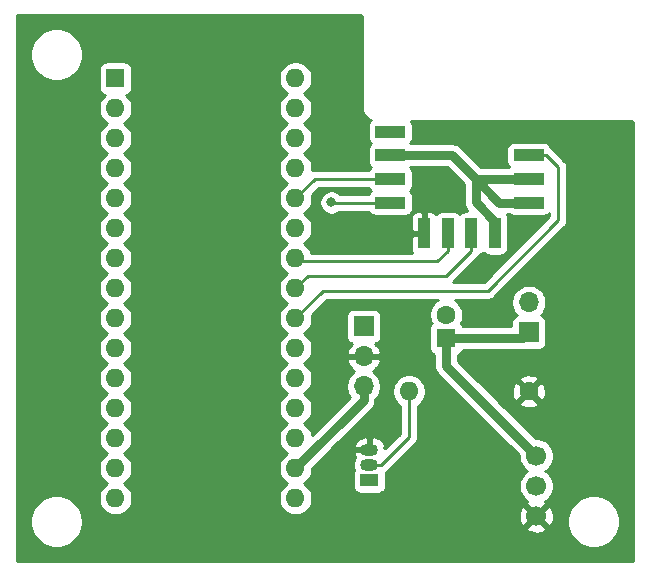
<source format=gtl>
%TF.GenerationSoftware,KiCad,Pcbnew,(5.1.10)-1*%
%TF.CreationDate,2021-11-22T17:18:02+01:00*%
%TF.ProjectId,termostat,7465726d-6f73-4746-9174-2e6b69636164,rev?*%
%TF.SameCoordinates,Original*%
%TF.FileFunction,Copper,L1,Top*%
%TF.FilePolarity,Positive*%
%FSLAX46Y46*%
G04 Gerber Fmt 4.6, Leading zero omitted, Abs format (unit mm)*
G04 Created by KiCad (PCBNEW (5.1.10)-1) date 2021-11-22 17:18:02*
%MOMM*%
%LPD*%
G01*
G04 APERTURE LIST*
%TA.AperFunction,ComponentPad*%
%ADD10C,1.700000*%
%TD*%
%TA.AperFunction,ComponentPad*%
%ADD11O,1.700000X1.700000*%
%TD*%
%TA.AperFunction,ComponentPad*%
%ADD12R,1.700000X1.700000*%
%TD*%
%TA.AperFunction,ComponentPad*%
%ADD13O,1.600000X1.600000*%
%TD*%
%TA.AperFunction,ComponentPad*%
%ADD14R,1.600000X1.600000*%
%TD*%
%TA.AperFunction,SMDPad,CuDef*%
%ADD15R,2.500000X1.000000*%
%TD*%
%TA.AperFunction,SMDPad,CuDef*%
%ADD16R,1.000000X2.500000*%
%TD*%
%TA.AperFunction,ComponentPad*%
%ADD17R,1.500000X1.050000*%
%TD*%
%TA.AperFunction,ComponentPad*%
%ADD18O,1.500000X1.050000*%
%TD*%
%TA.AperFunction,ComponentPad*%
%ADD19C,1.600000*%
%TD*%
%TA.AperFunction,ViaPad*%
%ADD20C,0.800000*%
%TD*%
%TA.AperFunction,Conductor*%
%ADD21C,0.250000*%
%TD*%
%TA.AperFunction,Conductor*%
%ADD22C,0.750000*%
%TD*%
%TA.AperFunction,Conductor*%
%ADD23C,0.254000*%
%TD*%
%TA.AperFunction,Conductor*%
%ADD24C,0.100000*%
%TD*%
G04 APERTURE END LIST*
D10*
X165630000Y-110460000D03*
X165630000Y-113000000D03*
X165630000Y-115540000D03*
D11*
X151000000Y-104580000D03*
X151000000Y-102040000D03*
D12*
X151000000Y-99500000D03*
D13*
X145240000Y-114060000D03*
X130000000Y-114060000D03*
X145240000Y-78500000D03*
X130000000Y-111520000D03*
X145240000Y-81040000D03*
X130000000Y-108980000D03*
X145240000Y-83580000D03*
X130000000Y-106440000D03*
X145240000Y-86120000D03*
X130000000Y-103900000D03*
X145240000Y-88660000D03*
X130000000Y-101360000D03*
X145240000Y-91200000D03*
X130000000Y-98820000D03*
X145240000Y-93740000D03*
X130000000Y-96280000D03*
X145240000Y-96280000D03*
X130000000Y-93740000D03*
X145240000Y-98820000D03*
X130000000Y-91200000D03*
X145240000Y-101360000D03*
X130000000Y-88660000D03*
X145240000Y-103900000D03*
X130000000Y-86120000D03*
X145240000Y-106440000D03*
X130000000Y-83580000D03*
X145240000Y-108980000D03*
X130000000Y-81040000D03*
X145240000Y-111520000D03*
D14*
X130000000Y-78500000D03*
D15*
X153280000Y-83010000D03*
X153280000Y-85010000D03*
X153280000Y-87010000D03*
X153280000Y-89010000D03*
D16*
X156130000Y-91610000D03*
X158130000Y-91610000D03*
X160130000Y-91610000D03*
X162130000Y-91610000D03*
D15*
X164980000Y-89010000D03*
X164980000Y-87010000D03*
X164980000Y-85010000D03*
D17*
X151500000Y-112500000D03*
D18*
X151500000Y-109960000D03*
X151500000Y-111230000D03*
D13*
X154840000Y-105000000D03*
D19*
X165000000Y-105000000D03*
D11*
X165000000Y-97460000D03*
D12*
X165000000Y-100000000D03*
D19*
X158000000Y-98500000D03*
D14*
X158000000Y-100500000D03*
D20*
X160500000Y-87000000D03*
X148274990Y-89000000D03*
X153500000Y-91500000D03*
X154500000Y-98500000D03*
X166500000Y-94000000D03*
X160750000Y-95000000D03*
D21*
X153280000Y-85010000D02*
X153470000Y-85200000D01*
X164885000Y-87105000D02*
X164980000Y-87010000D01*
D22*
X160510000Y-87010000D02*
X160500000Y-87000000D01*
X164980000Y-87010000D02*
X160510000Y-87010000D01*
X162510000Y-89010000D02*
X160500000Y-87000000D01*
X164980000Y-89010000D02*
X162510000Y-89010000D01*
X160500000Y-87000000D02*
X160500000Y-89000000D01*
X162130000Y-90630000D02*
X162130000Y-91610000D01*
X160500000Y-89000000D02*
X162130000Y-90630000D01*
X158510000Y-85010000D02*
X153280000Y-85010000D01*
X160500000Y-87000000D02*
X158510000Y-85010000D01*
D21*
X153280000Y-89010000D02*
X148284990Y-89010000D01*
X148284990Y-89010000D02*
X148274990Y-89000000D01*
X145500000Y-94000000D02*
X145240000Y-93740000D01*
X157240000Y-94000000D02*
X145500000Y-94000000D01*
X158130000Y-93110000D02*
X157240000Y-94000000D01*
X158130000Y-91610000D02*
X158130000Y-93110000D01*
X146270000Y-95250000D02*
X145240000Y-96280000D01*
X157990000Y-95250000D02*
X146270000Y-95250000D01*
X160130000Y-93110000D02*
X157990000Y-95250000D01*
X160130000Y-91610000D02*
X160130000Y-93110000D01*
X147560000Y-96500000D02*
X145240000Y-98820000D01*
X161500000Y-96500000D02*
X147560000Y-96500000D01*
X167500000Y-90500000D02*
X161500000Y-96500000D01*
X167500000Y-86030000D02*
X167500000Y-90500000D01*
X166480000Y-85010000D02*
X167500000Y-86030000D01*
X164980000Y-85010000D02*
X166480000Y-85010000D01*
X146890000Y-87010000D02*
X145240000Y-88660000D01*
X153280000Y-87010000D02*
X146890000Y-87010000D01*
X154840000Y-108890000D02*
X154840000Y-105000000D01*
X152500000Y-111230000D02*
X154840000Y-108890000D01*
X151500000Y-111230000D02*
X152500000Y-111230000D01*
D22*
X164500000Y-100500000D02*
X165000000Y-100000000D01*
X158000000Y-100500000D02*
X164500000Y-100500000D01*
X158000000Y-102830000D02*
X165630000Y-110460000D01*
X158000000Y-100500000D02*
X158000000Y-102830000D01*
X151000000Y-105760000D02*
X145240000Y-111520000D01*
X151000000Y-104580000D02*
X151000000Y-105760000D01*
D23*
X150805978Y-73166150D02*
X150855624Y-73329811D01*
X150873000Y-73506234D01*
X150873000Y-81000000D01*
X150873612Y-81012448D01*
X150892827Y-81207538D01*
X150897683Y-81231956D01*
X150954588Y-81419549D01*
X150964116Y-81442550D01*
X151056526Y-81615437D01*
X151070358Y-81636138D01*
X151194721Y-81787675D01*
X151212325Y-81805279D01*
X151363862Y-81929642D01*
X151384563Y-81943474D01*
X151557450Y-82035884D01*
X151580451Y-82045412D01*
X151591181Y-82048667D01*
X151578815Y-82058815D01*
X151499463Y-82155506D01*
X151440498Y-82265820D01*
X151404188Y-82385518D01*
X151391928Y-82510000D01*
X151391928Y-83510000D01*
X151404188Y-83634482D01*
X151440498Y-83754180D01*
X151499463Y-83864494D01*
X151578815Y-83961185D01*
X151638296Y-84010000D01*
X151578815Y-84058815D01*
X151499463Y-84155506D01*
X151440498Y-84265820D01*
X151404188Y-84385518D01*
X151391928Y-84510000D01*
X151391928Y-85510000D01*
X151404188Y-85634482D01*
X151440498Y-85754180D01*
X151499463Y-85864494D01*
X151578815Y-85961185D01*
X151638296Y-86010000D01*
X151578815Y-86058815D01*
X151499463Y-86155506D01*
X151448954Y-86250000D01*
X146927322Y-86250000D01*
X146889999Y-86246324D01*
X146852676Y-86250000D01*
X146852667Y-86250000D01*
X146741014Y-86260997D01*
X146670833Y-86282286D01*
X146675000Y-86261335D01*
X146675000Y-85978665D01*
X146619853Y-85701426D01*
X146511680Y-85440273D01*
X146354637Y-85205241D01*
X146154759Y-85005363D01*
X145922241Y-84850000D01*
X146154759Y-84694637D01*
X146354637Y-84494759D01*
X146511680Y-84259727D01*
X146619853Y-83998574D01*
X146675000Y-83721335D01*
X146675000Y-83438665D01*
X146619853Y-83161426D01*
X146511680Y-82900273D01*
X146354637Y-82665241D01*
X146154759Y-82465363D01*
X145922241Y-82310000D01*
X146154759Y-82154637D01*
X146354637Y-81954759D01*
X146511680Y-81719727D01*
X146619853Y-81458574D01*
X146675000Y-81181335D01*
X146675000Y-80898665D01*
X146619853Y-80621426D01*
X146511680Y-80360273D01*
X146354637Y-80125241D01*
X146154759Y-79925363D01*
X145922241Y-79770000D01*
X146154759Y-79614637D01*
X146354637Y-79414759D01*
X146511680Y-79179727D01*
X146619853Y-78918574D01*
X146675000Y-78641335D01*
X146675000Y-78358665D01*
X146619853Y-78081426D01*
X146511680Y-77820273D01*
X146354637Y-77585241D01*
X146154759Y-77385363D01*
X145919727Y-77228320D01*
X145658574Y-77120147D01*
X145381335Y-77065000D01*
X145098665Y-77065000D01*
X144821426Y-77120147D01*
X144560273Y-77228320D01*
X144325241Y-77385363D01*
X144125363Y-77585241D01*
X143968320Y-77820273D01*
X143860147Y-78081426D01*
X143805000Y-78358665D01*
X143805000Y-78641335D01*
X143860147Y-78918574D01*
X143968320Y-79179727D01*
X144125363Y-79414759D01*
X144325241Y-79614637D01*
X144557759Y-79770000D01*
X144325241Y-79925363D01*
X144125363Y-80125241D01*
X143968320Y-80360273D01*
X143860147Y-80621426D01*
X143805000Y-80898665D01*
X143805000Y-81181335D01*
X143860147Y-81458574D01*
X143968320Y-81719727D01*
X144125363Y-81954759D01*
X144325241Y-82154637D01*
X144557759Y-82310000D01*
X144325241Y-82465363D01*
X144125363Y-82665241D01*
X143968320Y-82900273D01*
X143860147Y-83161426D01*
X143805000Y-83438665D01*
X143805000Y-83721335D01*
X143860147Y-83998574D01*
X143968320Y-84259727D01*
X144125363Y-84494759D01*
X144325241Y-84694637D01*
X144557759Y-84850000D01*
X144325241Y-85005363D01*
X144125363Y-85205241D01*
X143968320Y-85440273D01*
X143860147Y-85701426D01*
X143805000Y-85978665D01*
X143805000Y-86261335D01*
X143860147Y-86538574D01*
X143968320Y-86799727D01*
X144125363Y-87034759D01*
X144325241Y-87234637D01*
X144557759Y-87390000D01*
X144325241Y-87545363D01*
X144125363Y-87745241D01*
X143968320Y-87980273D01*
X143860147Y-88241426D01*
X143805000Y-88518665D01*
X143805000Y-88801335D01*
X143860147Y-89078574D01*
X143968320Y-89339727D01*
X144125363Y-89574759D01*
X144325241Y-89774637D01*
X144557759Y-89930000D01*
X144325241Y-90085363D01*
X144125363Y-90285241D01*
X143968320Y-90520273D01*
X143860147Y-90781426D01*
X143805000Y-91058665D01*
X143805000Y-91341335D01*
X143860147Y-91618574D01*
X143968320Y-91879727D01*
X144125363Y-92114759D01*
X144325241Y-92314637D01*
X144557759Y-92470000D01*
X144325241Y-92625363D01*
X144125363Y-92825241D01*
X143968320Y-93060273D01*
X143860147Y-93321426D01*
X143805000Y-93598665D01*
X143805000Y-93881335D01*
X143860147Y-94158574D01*
X143968320Y-94419727D01*
X144125363Y-94654759D01*
X144325241Y-94854637D01*
X144557759Y-95010000D01*
X144325241Y-95165363D01*
X144125363Y-95365241D01*
X143968320Y-95600273D01*
X143860147Y-95861426D01*
X143805000Y-96138665D01*
X143805000Y-96421335D01*
X143860147Y-96698574D01*
X143968320Y-96959727D01*
X144125363Y-97194759D01*
X144325241Y-97394637D01*
X144557759Y-97550000D01*
X144325241Y-97705363D01*
X144125363Y-97905241D01*
X143968320Y-98140273D01*
X143860147Y-98401426D01*
X143805000Y-98678665D01*
X143805000Y-98961335D01*
X143860147Y-99238574D01*
X143968320Y-99499727D01*
X144125363Y-99734759D01*
X144325241Y-99934637D01*
X144557759Y-100090000D01*
X144325241Y-100245363D01*
X144125363Y-100445241D01*
X143968320Y-100680273D01*
X143860147Y-100941426D01*
X143805000Y-101218665D01*
X143805000Y-101501335D01*
X143860147Y-101778574D01*
X143968320Y-102039727D01*
X144125363Y-102274759D01*
X144325241Y-102474637D01*
X144557759Y-102630000D01*
X144325241Y-102785363D01*
X144125363Y-102985241D01*
X143968320Y-103220273D01*
X143860147Y-103481426D01*
X143805000Y-103758665D01*
X143805000Y-104041335D01*
X143860147Y-104318574D01*
X143968320Y-104579727D01*
X144125363Y-104814759D01*
X144325241Y-105014637D01*
X144557759Y-105170000D01*
X144325241Y-105325363D01*
X144125363Y-105525241D01*
X143968320Y-105760273D01*
X143860147Y-106021426D01*
X143805000Y-106298665D01*
X143805000Y-106581335D01*
X143860147Y-106858574D01*
X143968320Y-107119727D01*
X144125363Y-107354759D01*
X144325241Y-107554637D01*
X144557759Y-107710000D01*
X144325241Y-107865363D01*
X144125363Y-108065241D01*
X143968320Y-108300273D01*
X143860147Y-108561426D01*
X143805000Y-108838665D01*
X143805000Y-109121335D01*
X143860147Y-109398574D01*
X143968320Y-109659727D01*
X144125363Y-109894759D01*
X144325241Y-110094637D01*
X144557759Y-110250000D01*
X144325241Y-110405363D01*
X144125363Y-110605241D01*
X143968320Y-110840273D01*
X143860147Y-111101426D01*
X143805000Y-111378665D01*
X143805000Y-111661335D01*
X143860147Y-111938574D01*
X143968320Y-112199727D01*
X144125363Y-112434759D01*
X144325241Y-112634637D01*
X144557759Y-112790000D01*
X144325241Y-112945363D01*
X144125363Y-113145241D01*
X143968320Y-113380273D01*
X143860147Y-113641426D01*
X143805000Y-113918665D01*
X143805000Y-114201335D01*
X143860147Y-114478574D01*
X143968320Y-114739727D01*
X144125363Y-114974759D01*
X144325241Y-115174637D01*
X144560273Y-115331680D01*
X144821426Y-115439853D01*
X145098665Y-115495000D01*
X145381335Y-115495000D01*
X145658574Y-115439853D01*
X145919727Y-115331680D01*
X146154759Y-115174637D01*
X146354637Y-114974759D01*
X146511680Y-114739727D01*
X146619853Y-114478574D01*
X146675000Y-114201335D01*
X146675000Y-113918665D01*
X146619853Y-113641426D01*
X146511680Y-113380273D01*
X146354637Y-113145241D01*
X146154759Y-112945363D01*
X145922241Y-112790000D01*
X146154759Y-112634637D01*
X146354637Y-112434759D01*
X146511680Y-112199727D01*
X146619853Y-111938574D01*
X146675000Y-111661335D01*
X146675000Y-111513355D01*
X146958355Y-111230000D01*
X150109388Y-111230000D01*
X150131785Y-111457400D01*
X150195093Y-111666098D01*
X150160498Y-111730820D01*
X150124188Y-111850518D01*
X150111928Y-111975000D01*
X150111928Y-113025000D01*
X150124188Y-113149482D01*
X150160498Y-113269180D01*
X150219463Y-113379494D01*
X150298815Y-113476185D01*
X150395506Y-113555537D01*
X150505820Y-113614502D01*
X150625518Y-113650812D01*
X150750000Y-113663072D01*
X152250000Y-113663072D01*
X152374482Y-113650812D01*
X152494180Y-113614502D01*
X152604494Y-113555537D01*
X152701185Y-113476185D01*
X152780537Y-113379494D01*
X152839502Y-113269180D01*
X152875812Y-113149482D01*
X152888072Y-113025000D01*
X152888072Y-111975000D01*
X152879588Y-111888860D01*
X152924276Y-111864974D01*
X153040001Y-111770001D01*
X153063804Y-111740997D01*
X155351004Y-109453798D01*
X155380001Y-109430001D01*
X155474974Y-109314276D01*
X155545546Y-109182247D01*
X155589003Y-109038986D01*
X155600000Y-108927333D01*
X155600000Y-108927325D01*
X155603676Y-108890000D01*
X155600000Y-108852675D01*
X155600000Y-106218043D01*
X155754759Y-106114637D01*
X155954637Y-105914759D01*
X156111680Y-105679727D01*
X156219853Y-105418574D01*
X156275000Y-105141335D01*
X156275000Y-104858665D01*
X156219853Y-104581426D01*
X156111680Y-104320273D01*
X155954637Y-104085241D01*
X155754759Y-103885363D01*
X155519727Y-103728320D01*
X155258574Y-103620147D01*
X154981335Y-103565000D01*
X154698665Y-103565000D01*
X154421426Y-103620147D01*
X154160273Y-103728320D01*
X153925241Y-103885363D01*
X153725363Y-104085241D01*
X153568320Y-104320273D01*
X153460147Y-104581426D01*
X153405000Y-104858665D01*
X153405000Y-105141335D01*
X153460147Y-105418574D01*
X153568320Y-105679727D01*
X153725363Y-105914759D01*
X153925241Y-106114637D01*
X154080001Y-106218044D01*
X154080000Y-108575198D01*
X152822201Y-109832998D01*
X152718164Y-109832998D01*
X152843964Y-109654190D01*
X152835272Y-109592663D01*
X152742275Y-109383118D01*
X152610184Y-109195742D01*
X152444076Y-109037736D01*
X152250334Y-108915172D01*
X152036404Y-108832761D01*
X151810507Y-108793669D01*
X151627000Y-108953402D01*
X151627000Y-109833000D01*
X151647000Y-109833000D01*
X151647000Y-110070000D01*
X151218021Y-110070000D01*
X151047600Y-110086785D01*
X151046891Y-110087000D01*
X150281837Y-110087000D01*
X150156036Y-110265810D01*
X150164728Y-110327337D01*
X150257725Y-110536882D01*
X150298929Y-110595331D01*
X150198115Y-110783940D01*
X150131785Y-111002600D01*
X150109388Y-111230000D01*
X146958355Y-111230000D01*
X148534165Y-109654190D01*
X150156036Y-109654190D01*
X150281837Y-109833000D01*
X151373000Y-109833000D01*
X151373000Y-108953402D01*
X151189493Y-108793669D01*
X150963596Y-108832761D01*
X150749666Y-108915172D01*
X150555924Y-109037736D01*
X150389816Y-109195742D01*
X150257725Y-109383118D01*
X150164728Y-109592663D01*
X150156036Y-109654190D01*
X148534165Y-109654190D01*
X151679094Y-106509261D01*
X151717633Y-106477633D01*
X151843847Y-106323840D01*
X151937632Y-106148380D01*
X151995385Y-105957994D01*
X152010000Y-105809608D01*
X152010000Y-105809606D01*
X152014886Y-105760001D01*
X152010000Y-105710396D01*
X152010000Y-105670107D01*
X152153475Y-105526632D01*
X152315990Y-105283411D01*
X152427932Y-105013158D01*
X152485000Y-104726260D01*
X152485000Y-104433740D01*
X152427932Y-104146842D01*
X152315990Y-103876589D01*
X152153475Y-103633368D01*
X151946632Y-103426525D01*
X151764466Y-103304805D01*
X151881355Y-103235178D01*
X152097588Y-103040269D01*
X152271641Y-102806920D01*
X152396825Y-102544099D01*
X152441476Y-102396890D01*
X152320155Y-102167000D01*
X151127000Y-102167000D01*
X151127000Y-102187000D01*
X150873000Y-102187000D01*
X150873000Y-102167000D01*
X149679845Y-102167000D01*
X149558524Y-102396890D01*
X149603175Y-102544099D01*
X149728359Y-102806920D01*
X149902412Y-103040269D01*
X150118645Y-103235178D01*
X150235534Y-103304805D01*
X150053368Y-103426525D01*
X149846525Y-103633368D01*
X149684010Y-103876589D01*
X149572068Y-104146842D01*
X149515000Y-104433740D01*
X149515000Y-104726260D01*
X149572068Y-105013158D01*
X149684010Y-105283411D01*
X149829898Y-105501747D01*
X146644801Y-108686844D01*
X146619853Y-108561426D01*
X146511680Y-108300273D01*
X146354637Y-108065241D01*
X146154759Y-107865363D01*
X145922241Y-107710000D01*
X146154759Y-107554637D01*
X146354637Y-107354759D01*
X146511680Y-107119727D01*
X146619853Y-106858574D01*
X146675000Y-106581335D01*
X146675000Y-106298665D01*
X146619853Y-106021426D01*
X146511680Y-105760273D01*
X146354637Y-105525241D01*
X146154759Y-105325363D01*
X145922241Y-105170000D01*
X146154759Y-105014637D01*
X146354637Y-104814759D01*
X146511680Y-104579727D01*
X146619853Y-104318574D01*
X146675000Y-104041335D01*
X146675000Y-103758665D01*
X146619853Y-103481426D01*
X146511680Y-103220273D01*
X146354637Y-102985241D01*
X146154759Y-102785363D01*
X145922241Y-102630000D01*
X146154759Y-102474637D01*
X146354637Y-102274759D01*
X146511680Y-102039727D01*
X146619853Y-101778574D01*
X146675000Y-101501335D01*
X146675000Y-101218665D01*
X146619853Y-100941426D01*
X146511680Y-100680273D01*
X146354637Y-100445241D01*
X146154759Y-100245363D01*
X145922241Y-100090000D01*
X146154759Y-99934637D01*
X146354637Y-99734759D01*
X146511680Y-99499727D01*
X146619853Y-99238574D01*
X146675000Y-98961335D01*
X146675000Y-98678665D01*
X146669299Y-98650000D01*
X149511928Y-98650000D01*
X149511928Y-100350000D01*
X149524188Y-100474482D01*
X149560498Y-100594180D01*
X149619463Y-100704494D01*
X149698815Y-100801185D01*
X149795506Y-100880537D01*
X149905820Y-100939502D01*
X149986466Y-100963966D01*
X149902412Y-101039731D01*
X149728359Y-101273080D01*
X149603175Y-101535901D01*
X149558524Y-101683110D01*
X149679845Y-101913000D01*
X150873000Y-101913000D01*
X150873000Y-101893000D01*
X151127000Y-101893000D01*
X151127000Y-101913000D01*
X152320155Y-101913000D01*
X152441476Y-101683110D01*
X152396825Y-101535901D01*
X152271641Y-101273080D01*
X152097588Y-101039731D01*
X152013534Y-100963966D01*
X152094180Y-100939502D01*
X152204494Y-100880537D01*
X152301185Y-100801185D01*
X152380537Y-100704494D01*
X152439502Y-100594180D01*
X152475812Y-100474482D01*
X152488072Y-100350000D01*
X152488072Y-98650000D01*
X152475812Y-98525518D01*
X152439502Y-98405820D01*
X152380537Y-98295506D01*
X152301185Y-98198815D01*
X152204494Y-98119463D01*
X152094180Y-98060498D01*
X151974482Y-98024188D01*
X151850000Y-98011928D01*
X150150000Y-98011928D01*
X150025518Y-98024188D01*
X149905820Y-98060498D01*
X149795506Y-98119463D01*
X149698815Y-98198815D01*
X149619463Y-98295506D01*
X149560498Y-98405820D01*
X149524188Y-98525518D01*
X149511928Y-98650000D01*
X146669299Y-98650000D01*
X146638688Y-98496114D01*
X147874803Y-97260000D01*
X157272860Y-97260000D01*
X157085241Y-97385363D01*
X156885363Y-97585241D01*
X156728320Y-97820273D01*
X156620147Y-98081426D01*
X156565000Y-98358665D01*
X156565000Y-98641335D01*
X156620147Y-98918574D01*
X156728320Y-99179727D01*
X156765393Y-99235210D01*
X156748815Y-99248815D01*
X156669463Y-99345506D01*
X156610498Y-99455820D01*
X156574188Y-99575518D01*
X156561928Y-99700000D01*
X156561928Y-101300000D01*
X156574188Y-101424482D01*
X156610498Y-101544180D01*
X156669463Y-101654494D01*
X156748815Y-101751185D01*
X156845506Y-101830537D01*
X156955820Y-101889502D01*
X156990001Y-101899871D01*
X156990001Y-102780383D01*
X156985114Y-102830000D01*
X157004615Y-103027994D01*
X157062368Y-103218379D01*
X157138501Y-103360814D01*
X157156154Y-103393840D01*
X157282368Y-103547633D01*
X157320901Y-103579256D01*
X164145000Y-110403356D01*
X164145000Y-110606260D01*
X164202068Y-110893158D01*
X164314010Y-111163411D01*
X164476525Y-111406632D01*
X164683368Y-111613475D01*
X164857760Y-111730000D01*
X164683368Y-111846525D01*
X164476525Y-112053368D01*
X164314010Y-112296589D01*
X164202068Y-112566842D01*
X164145000Y-112853740D01*
X164145000Y-113146260D01*
X164202068Y-113433158D01*
X164314010Y-113703411D01*
X164476525Y-113946632D01*
X164683368Y-114153475D01*
X164856729Y-114269311D01*
X164781208Y-114511603D01*
X165630000Y-115360395D01*
X166478792Y-114511603D01*
X166403271Y-114269311D01*
X166576632Y-114153475D01*
X166783475Y-113946632D01*
X166945990Y-113703411D01*
X167057932Y-113433158D01*
X167115000Y-113146260D01*
X167115000Y-112853740D01*
X167057932Y-112566842D01*
X166945990Y-112296589D01*
X166783475Y-112053368D01*
X166576632Y-111846525D01*
X166402240Y-111730000D01*
X166576632Y-111613475D01*
X166783475Y-111406632D01*
X166945990Y-111163411D01*
X167057932Y-110893158D01*
X167115000Y-110606260D01*
X167115000Y-110313740D01*
X167057932Y-110026842D01*
X166945990Y-109756589D01*
X166783475Y-109513368D01*
X166576632Y-109306525D01*
X166333411Y-109144010D01*
X166063158Y-109032068D01*
X165776260Y-108975000D01*
X165573356Y-108975000D01*
X162591058Y-105992702D01*
X164186903Y-105992702D01*
X164258486Y-106236671D01*
X164513996Y-106357571D01*
X164788184Y-106426300D01*
X165070512Y-106440217D01*
X165350130Y-106398787D01*
X165616292Y-106303603D01*
X165741514Y-106236671D01*
X165813097Y-105992702D01*
X165000000Y-105179605D01*
X164186903Y-105992702D01*
X162591058Y-105992702D01*
X161668868Y-105070512D01*
X163559783Y-105070512D01*
X163601213Y-105350130D01*
X163696397Y-105616292D01*
X163763329Y-105741514D01*
X164007298Y-105813097D01*
X164820395Y-105000000D01*
X165179605Y-105000000D01*
X165992702Y-105813097D01*
X166236671Y-105741514D01*
X166357571Y-105486004D01*
X166426300Y-105211816D01*
X166440217Y-104929488D01*
X166398787Y-104649870D01*
X166303603Y-104383708D01*
X166236671Y-104258486D01*
X165992702Y-104186903D01*
X165179605Y-105000000D01*
X164820395Y-105000000D01*
X164007298Y-104186903D01*
X163763329Y-104258486D01*
X163642429Y-104513996D01*
X163573700Y-104788184D01*
X163559783Y-105070512D01*
X161668868Y-105070512D01*
X160605654Y-104007298D01*
X164186903Y-104007298D01*
X165000000Y-104820395D01*
X165813097Y-104007298D01*
X165741514Y-103763329D01*
X165486004Y-103642429D01*
X165211816Y-103573700D01*
X164929488Y-103559783D01*
X164649870Y-103601213D01*
X164383708Y-103696397D01*
X164258486Y-103763329D01*
X164186903Y-104007298D01*
X160605654Y-104007298D01*
X159010000Y-102411645D01*
X159010000Y-101899870D01*
X159044180Y-101889502D01*
X159154494Y-101830537D01*
X159251185Y-101751185D01*
X159330537Y-101654494D01*
X159389502Y-101544180D01*
X159399870Y-101510000D01*
X164450392Y-101510000D01*
X164500000Y-101514886D01*
X164697994Y-101495385D01*
X164722102Y-101488072D01*
X165850000Y-101488072D01*
X165974482Y-101475812D01*
X166094180Y-101439502D01*
X166204494Y-101380537D01*
X166301185Y-101301185D01*
X166380537Y-101204494D01*
X166439502Y-101094180D01*
X166475812Y-100974482D01*
X166488072Y-100850000D01*
X166488072Y-99150000D01*
X166475812Y-99025518D01*
X166439502Y-98905820D01*
X166380537Y-98795506D01*
X166301185Y-98698815D01*
X166204494Y-98619463D01*
X166094180Y-98560498D01*
X166021620Y-98538487D01*
X166153475Y-98406632D01*
X166315990Y-98163411D01*
X166427932Y-97893158D01*
X166485000Y-97606260D01*
X166485000Y-97313740D01*
X166427932Y-97026842D01*
X166315990Y-96756589D01*
X166153475Y-96513368D01*
X165946632Y-96306525D01*
X165703411Y-96144010D01*
X165433158Y-96032068D01*
X165146260Y-95975000D01*
X164853740Y-95975000D01*
X164566842Y-96032068D01*
X164296589Y-96144010D01*
X164053368Y-96306525D01*
X163846525Y-96513368D01*
X163684010Y-96756589D01*
X163572068Y-97026842D01*
X163515000Y-97313740D01*
X163515000Y-97606260D01*
X163572068Y-97893158D01*
X163684010Y-98163411D01*
X163846525Y-98406632D01*
X163978380Y-98538487D01*
X163905820Y-98560498D01*
X163795506Y-98619463D01*
X163698815Y-98698815D01*
X163619463Y-98795506D01*
X163560498Y-98905820D01*
X163524188Y-99025518D01*
X163511928Y-99150000D01*
X163511928Y-99490000D01*
X159399870Y-99490000D01*
X159389502Y-99455820D01*
X159330537Y-99345506D01*
X159251185Y-99248815D01*
X159234607Y-99235210D01*
X159271680Y-99179727D01*
X159379853Y-98918574D01*
X159435000Y-98641335D01*
X159435000Y-98358665D01*
X159379853Y-98081426D01*
X159271680Y-97820273D01*
X159114637Y-97585241D01*
X158914759Y-97385363D01*
X158727140Y-97260000D01*
X161462678Y-97260000D01*
X161500000Y-97263676D01*
X161537322Y-97260000D01*
X161537333Y-97260000D01*
X161648986Y-97249003D01*
X161792247Y-97205546D01*
X161924276Y-97134974D01*
X162040001Y-97040001D01*
X162063804Y-97010997D01*
X168011008Y-91063795D01*
X168040001Y-91040001D01*
X168063795Y-91011008D01*
X168063799Y-91011004D01*
X168134973Y-90924277D01*
X168145569Y-90904454D01*
X168205546Y-90792247D01*
X168249003Y-90648986D01*
X168260000Y-90537333D01*
X168260000Y-90537324D01*
X168263676Y-90500001D01*
X168260000Y-90462678D01*
X168260000Y-86067323D01*
X168263676Y-86030000D01*
X168260000Y-85992677D01*
X168260000Y-85992667D01*
X168249003Y-85881014D01*
X168205546Y-85737753D01*
X168134974Y-85605724D01*
X168040001Y-85489999D01*
X168011004Y-85466202D01*
X167043804Y-84499002D01*
X167020001Y-84469999D01*
X166904276Y-84375026D01*
X166842634Y-84342077D01*
X166819502Y-84265820D01*
X166760537Y-84155506D01*
X166681185Y-84058815D01*
X166584494Y-83979463D01*
X166474180Y-83920498D01*
X166354482Y-83884188D01*
X166230000Y-83871928D01*
X163730000Y-83871928D01*
X163605518Y-83884188D01*
X163485820Y-83920498D01*
X163375506Y-83979463D01*
X163278815Y-84058815D01*
X163199463Y-84155506D01*
X163140498Y-84265820D01*
X163104188Y-84385518D01*
X163091928Y-84510000D01*
X163091928Y-85510000D01*
X163104188Y-85634482D01*
X163140498Y-85754180D01*
X163199463Y-85864494D01*
X163278815Y-85961185D01*
X163326111Y-86000000D01*
X160928356Y-86000000D01*
X159259261Y-84330906D01*
X159227633Y-84292367D01*
X159073840Y-84166153D01*
X158898380Y-84072368D01*
X158707994Y-84014615D01*
X158559608Y-84000000D01*
X158510000Y-83995114D01*
X158460392Y-84000000D01*
X154933889Y-84000000D01*
X154981185Y-83961185D01*
X155060537Y-83864494D01*
X155119502Y-83754180D01*
X155155812Y-83634482D01*
X155168072Y-83510000D01*
X155168072Y-82510000D01*
X155155812Y-82385518D01*
X155119502Y-82265820D01*
X155060537Y-82155506D01*
X155037143Y-82127000D01*
X173493766Y-82127000D01*
X173670189Y-82144376D01*
X173833850Y-82194022D01*
X173840000Y-82197309D01*
X173840001Y-119340000D01*
X121660000Y-119340000D01*
X121660000Y-115779872D01*
X122765000Y-115779872D01*
X122765000Y-116220128D01*
X122850890Y-116651925D01*
X123019369Y-117058669D01*
X123263962Y-117424729D01*
X123575271Y-117736038D01*
X123941331Y-117980631D01*
X124348075Y-118149110D01*
X124779872Y-118235000D01*
X125220128Y-118235000D01*
X125651925Y-118149110D01*
X126058669Y-117980631D01*
X126424729Y-117736038D01*
X126736038Y-117424729D01*
X126980631Y-117058669D01*
X127149110Y-116651925D01*
X127165724Y-116568397D01*
X164781208Y-116568397D01*
X164858843Y-116817472D01*
X165122883Y-116943371D01*
X165406411Y-117015339D01*
X165698531Y-117030611D01*
X165988019Y-116988599D01*
X166263747Y-116890919D01*
X166401157Y-116817472D01*
X166478792Y-116568397D01*
X165630000Y-115719605D01*
X164781208Y-116568397D01*
X127165724Y-116568397D01*
X127235000Y-116220128D01*
X127235000Y-115779872D01*
X127200919Y-115608531D01*
X164139389Y-115608531D01*
X164181401Y-115898019D01*
X164279081Y-116173747D01*
X164352528Y-116311157D01*
X164601603Y-116388792D01*
X165450395Y-115540000D01*
X165809605Y-115540000D01*
X166658397Y-116388792D01*
X166907472Y-116311157D01*
X167033371Y-116047117D01*
X167101205Y-115779872D01*
X168265000Y-115779872D01*
X168265000Y-116220128D01*
X168350890Y-116651925D01*
X168519369Y-117058669D01*
X168763962Y-117424729D01*
X169075271Y-117736038D01*
X169441331Y-117980631D01*
X169848075Y-118149110D01*
X170279872Y-118235000D01*
X170720128Y-118235000D01*
X171151925Y-118149110D01*
X171558669Y-117980631D01*
X171924729Y-117736038D01*
X172236038Y-117424729D01*
X172480631Y-117058669D01*
X172649110Y-116651925D01*
X172735000Y-116220128D01*
X172735000Y-115779872D01*
X172649110Y-115348075D01*
X172480631Y-114941331D01*
X172236038Y-114575271D01*
X171924729Y-114263962D01*
X171558669Y-114019369D01*
X171151925Y-113850890D01*
X170720128Y-113765000D01*
X170279872Y-113765000D01*
X169848075Y-113850890D01*
X169441331Y-114019369D01*
X169075271Y-114263962D01*
X168763962Y-114575271D01*
X168519369Y-114941331D01*
X168350890Y-115348075D01*
X168265000Y-115779872D01*
X167101205Y-115779872D01*
X167105339Y-115763589D01*
X167120611Y-115471469D01*
X167078599Y-115181981D01*
X166980919Y-114906253D01*
X166907472Y-114768843D01*
X166658397Y-114691208D01*
X165809605Y-115540000D01*
X165450395Y-115540000D01*
X164601603Y-114691208D01*
X164352528Y-114768843D01*
X164226629Y-115032883D01*
X164154661Y-115316411D01*
X164139389Y-115608531D01*
X127200919Y-115608531D01*
X127149110Y-115348075D01*
X126980631Y-114941331D01*
X126736038Y-114575271D01*
X126424729Y-114263962D01*
X126058669Y-114019369D01*
X125651925Y-113850890D01*
X125220128Y-113765000D01*
X124779872Y-113765000D01*
X124348075Y-113850890D01*
X123941331Y-114019369D01*
X123575271Y-114263962D01*
X123263962Y-114575271D01*
X123019369Y-114941331D01*
X122850890Y-115348075D01*
X122765000Y-115779872D01*
X121660000Y-115779872D01*
X121660000Y-76279872D01*
X122765000Y-76279872D01*
X122765000Y-76720128D01*
X122850890Y-77151925D01*
X123019369Y-77558669D01*
X123263962Y-77924729D01*
X123575271Y-78236038D01*
X123941331Y-78480631D01*
X124348075Y-78649110D01*
X124779872Y-78735000D01*
X125220128Y-78735000D01*
X125651925Y-78649110D01*
X126058669Y-78480631D01*
X126424729Y-78236038D01*
X126736038Y-77924729D01*
X126886196Y-77700000D01*
X128561928Y-77700000D01*
X128561928Y-79300000D01*
X128574188Y-79424482D01*
X128610498Y-79544180D01*
X128669463Y-79654494D01*
X128748815Y-79751185D01*
X128845506Y-79830537D01*
X128955820Y-79889502D01*
X129075518Y-79925812D01*
X129083961Y-79926643D01*
X128885363Y-80125241D01*
X128728320Y-80360273D01*
X128620147Y-80621426D01*
X128565000Y-80898665D01*
X128565000Y-81181335D01*
X128620147Y-81458574D01*
X128728320Y-81719727D01*
X128885363Y-81954759D01*
X129085241Y-82154637D01*
X129317759Y-82310000D01*
X129085241Y-82465363D01*
X128885363Y-82665241D01*
X128728320Y-82900273D01*
X128620147Y-83161426D01*
X128565000Y-83438665D01*
X128565000Y-83721335D01*
X128620147Y-83998574D01*
X128728320Y-84259727D01*
X128885363Y-84494759D01*
X129085241Y-84694637D01*
X129317759Y-84850000D01*
X129085241Y-85005363D01*
X128885363Y-85205241D01*
X128728320Y-85440273D01*
X128620147Y-85701426D01*
X128565000Y-85978665D01*
X128565000Y-86261335D01*
X128620147Y-86538574D01*
X128728320Y-86799727D01*
X128885363Y-87034759D01*
X129085241Y-87234637D01*
X129317759Y-87390000D01*
X129085241Y-87545363D01*
X128885363Y-87745241D01*
X128728320Y-87980273D01*
X128620147Y-88241426D01*
X128565000Y-88518665D01*
X128565000Y-88801335D01*
X128620147Y-89078574D01*
X128728320Y-89339727D01*
X128885363Y-89574759D01*
X129085241Y-89774637D01*
X129317759Y-89930000D01*
X129085241Y-90085363D01*
X128885363Y-90285241D01*
X128728320Y-90520273D01*
X128620147Y-90781426D01*
X128565000Y-91058665D01*
X128565000Y-91341335D01*
X128620147Y-91618574D01*
X128728320Y-91879727D01*
X128885363Y-92114759D01*
X129085241Y-92314637D01*
X129317759Y-92470000D01*
X129085241Y-92625363D01*
X128885363Y-92825241D01*
X128728320Y-93060273D01*
X128620147Y-93321426D01*
X128565000Y-93598665D01*
X128565000Y-93881335D01*
X128620147Y-94158574D01*
X128728320Y-94419727D01*
X128885363Y-94654759D01*
X129085241Y-94854637D01*
X129317759Y-95010000D01*
X129085241Y-95165363D01*
X128885363Y-95365241D01*
X128728320Y-95600273D01*
X128620147Y-95861426D01*
X128565000Y-96138665D01*
X128565000Y-96421335D01*
X128620147Y-96698574D01*
X128728320Y-96959727D01*
X128885363Y-97194759D01*
X129085241Y-97394637D01*
X129317759Y-97550000D01*
X129085241Y-97705363D01*
X128885363Y-97905241D01*
X128728320Y-98140273D01*
X128620147Y-98401426D01*
X128565000Y-98678665D01*
X128565000Y-98961335D01*
X128620147Y-99238574D01*
X128728320Y-99499727D01*
X128885363Y-99734759D01*
X129085241Y-99934637D01*
X129317759Y-100090000D01*
X129085241Y-100245363D01*
X128885363Y-100445241D01*
X128728320Y-100680273D01*
X128620147Y-100941426D01*
X128565000Y-101218665D01*
X128565000Y-101501335D01*
X128620147Y-101778574D01*
X128728320Y-102039727D01*
X128885363Y-102274759D01*
X129085241Y-102474637D01*
X129317759Y-102630000D01*
X129085241Y-102785363D01*
X128885363Y-102985241D01*
X128728320Y-103220273D01*
X128620147Y-103481426D01*
X128565000Y-103758665D01*
X128565000Y-104041335D01*
X128620147Y-104318574D01*
X128728320Y-104579727D01*
X128885363Y-104814759D01*
X129085241Y-105014637D01*
X129317759Y-105170000D01*
X129085241Y-105325363D01*
X128885363Y-105525241D01*
X128728320Y-105760273D01*
X128620147Y-106021426D01*
X128565000Y-106298665D01*
X128565000Y-106581335D01*
X128620147Y-106858574D01*
X128728320Y-107119727D01*
X128885363Y-107354759D01*
X129085241Y-107554637D01*
X129317759Y-107710000D01*
X129085241Y-107865363D01*
X128885363Y-108065241D01*
X128728320Y-108300273D01*
X128620147Y-108561426D01*
X128565000Y-108838665D01*
X128565000Y-109121335D01*
X128620147Y-109398574D01*
X128728320Y-109659727D01*
X128885363Y-109894759D01*
X129085241Y-110094637D01*
X129317759Y-110250000D01*
X129085241Y-110405363D01*
X128885363Y-110605241D01*
X128728320Y-110840273D01*
X128620147Y-111101426D01*
X128565000Y-111378665D01*
X128565000Y-111661335D01*
X128620147Y-111938574D01*
X128728320Y-112199727D01*
X128885363Y-112434759D01*
X129085241Y-112634637D01*
X129317759Y-112790000D01*
X129085241Y-112945363D01*
X128885363Y-113145241D01*
X128728320Y-113380273D01*
X128620147Y-113641426D01*
X128565000Y-113918665D01*
X128565000Y-114201335D01*
X128620147Y-114478574D01*
X128728320Y-114739727D01*
X128885363Y-114974759D01*
X129085241Y-115174637D01*
X129320273Y-115331680D01*
X129581426Y-115439853D01*
X129858665Y-115495000D01*
X130141335Y-115495000D01*
X130418574Y-115439853D01*
X130679727Y-115331680D01*
X130914759Y-115174637D01*
X131114637Y-114974759D01*
X131271680Y-114739727D01*
X131379853Y-114478574D01*
X131435000Y-114201335D01*
X131435000Y-113918665D01*
X131379853Y-113641426D01*
X131271680Y-113380273D01*
X131114637Y-113145241D01*
X130914759Y-112945363D01*
X130682241Y-112790000D01*
X130914759Y-112634637D01*
X131114637Y-112434759D01*
X131271680Y-112199727D01*
X131379853Y-111938574D01*
X131435000Y-111661335D01*
X131435000Y-111378665D01*
X131379853Y-111101426D01*
X131271680Y-110840273D01*
X131114637Y-110605241D01*
X130914759Y-110405363D01*
X130682241Y-110250000D01*
X130914759Y-110094637D01*
X131114637Y-109894759D01*
X131271680Y-109659727D01*
X131379853Y-109398574D01*
X131435000Y-109121335D01*
X131435000Y-108838665D01*
X131379853Y-108561426D01*
X131271680Y-108300273D01*
X131114637Y-108065241D01*
X130914759Y-107865363D01*
X130682241Y-107710000D01*
X130914759Y-107554637D01*
X131114637Y-107354759D01*
X131271680Y-107119727D01*
X131379853Y-106858574D01*
X131435000Y-106581335D01*
X131435000Y-106298665D01*
X131379853Y-106021426D01*
X131271680Y-105760273D01*
X131114637Y-105525241D01*
X130914759Y-105325363D01*
X130682241Y-105170000D01*
X130914759Y-105014637D01*
X131114637Y-104814759D01*
X131271680Y-104579727D01*
X131379853Y-104318574D01*
X131435000Y-104041335D01*
X131435000Y-103758665D01*
X131379853Y-103481426D01*
X131271680Y-103220273D01*
X131114637Y-102985241D01*
X130914759Y-102785363D01*
X130682241Y-102630000D01*
X130914759Y-102474637D01*
X131114637Y-102274759D01*
X131271680Y-102039727D01*
X131379853Y-101778574D01*
X131435000Y-101501335D01*
X131435000Y-101218665D01*
X131379853Y-100941426D01*
X131271680Y-100680273D01*
X131114637Y-100445241D01*
X130914759Y-100245363D01*
X130682241Y-100090000D01*
X130914759Y-99934637D01*
X131114637Y-99734759D01*
X131271680Y-99499727D01*
X131379853Y-99238574D01*
X131435000Y-98961335D01*
X131435000Y-98678665D01*
X131379853Y-98401426D01*
X131271680Y-98140273D01*
X131114637Y-97905241D01*
X130914759Y-97705363D01*
X130682241Y-97550000D01*
X130914759Y-97394637D01*
X131114637Y-97194759D01*
X131271680Y-96959727D01*
X131379853Y-96698574D01*
X131435000Y-96421335D01*
X131435000Y-96138665D01*
X131379853Y-95861426D01*
X131271680Y-95600273D01*
X131114637Y-95365241D01*
X130914759Y-95165363D01*
X130682241Y-95010000D01*
X130914759Y-94854637D01*
X131114637Y-94654759D01*
X131271680Y-94419727D01*
X131379853Y-94158574D01*
X131435000Y-93881335D01*
X131435000Y-93598665D01*
X131379853Y-93321426D01*
X131271680Y-93060273D01*
X131114637Y-92825241D01*
X130914759Y-92625363D01*
X130682241Y-92470000D01*
X130914759Y-92314637D01*
X131114637Y-92114759D01*
X131271680Y-91879727D01*
X131379853Y-91618574D01*
X131435000Y-91341335D01*
X131435000Y-91058665D01*
X131379853Y-90781426D01*
X131271680Y-90520273D01*
X131114637Y-90285241D01*
X130914759Y-90085363D01*
X130682241Y-89930000D01*
X130914759Y-89774637D01*
X131114637Y-89574759D01*
X131271680Y-89339727D01*
X131379853Y-89078574D01*
X131435000Y-88801335D01*
X131435000Y-88518665D01*
X131379853Y-88241426D01*
X131271680Y-87980273D01*
X131114637Y-87745241D01*
X130914759Y-87545363D01*
X130682241Y-87390000D01*
X130914759Y-87234637D01*
X131114637Y-87034759D01*
X131271680Y-86799727D01*
X131379853Y-86538574D01*
X131435000Y-86261335D01*
X131435000Y-85978665D01*
X131379853Y-85701426D01*
X131271680Y-85440273D01*
X131114637Y-85205241D01*
X130914759Y-85005363D01*
X130682241Y-84850000D01*
X130914759Y-84694637D01*
X131114637Y-84494759D01*
X131271680Y-84259727D01*
X131379853Y-83998574D01*
X131435000Y-83721335D01*
X131435000Y-83438665D01*
X131379853Y-83161426D01*
X131271680Y-82900273D01*
X131114637Y-82665241D01*
X130914759Y-82465363D01*
X130682241Y-82310000D01*
X130914759Y-82154637D01*
X131114637Y-81954759D01*
X131271680Y-81719727D01*
X131379853Y-81458574D01*
X131435000Y-81181335D01*
X131435000Y-80898665D01*
X131379853Y-80621426D01*
X131271680Y-80360273D01*
X131114637Y-80125241D01*
X130916039Y-79926643D01*
X130924482Y-79925812D01*
X131044180Y-79889502D01*
X131154494Y-79830537D01*
X131251185Y-79751185D01*
X131330537Y-79654494D01*
X131389502Y-79544180D01*
X131425812Y-79424482D01*
X131438072Y-79300000D01*
X131438072Y-77700000D01*
X131425812Y-77575518D01*
X131389502Y-77455820D01*
X131330537Y-77345506D01*
X131251185Y-77248815D01*
X131154494Y-77169463D01*
X131044180Y-77110498D01*
X130924482Y-77074188D01*
X130800000Y-77061928D01*
X129200000Y-77061928D01*
X129075518Y-77074188D01*
X128955820Y-77110498D01*
X128845506Y-77169463D01*
X128748815Y-77248815D01*
X128669463Y-77345506D01*
X128610498Y-77455820D01*
X128574188Y-77575518D01*
X128561928Y-77700000D01*
X126886196Y-77700000D01*
X126980631Y-77558669D01*
X127149110Y-77151925D01*
X127235000Y-76720128D01*
X127235000Y-76279872D01*
X127149110Y-75848075D01*
X126980631Y-75441331D01*
X126736038Y-75075271D01*
X126424729Y-74763962D01*
X126058669Y-74519369D01*
X125651925Y-74350890D01*
X125220128Y-74265000D01*
X124779872Y-74265000D01*
X124348075Y-74350890D01*
X123941331Y-74519369D01*
X123575271Y-74763962D01*
X123263962Y-75075271D01*
X123019369Y-75441331D01*
X122850890Y-75848075D01*
X122765000Y-76279872D01*
X121660000Y-76279872D01*
X121660000Y-73160000D01*
X150802691Y-73160000D01*
X150805978Y-73166150D01*
%TA.AperFunction,Conductor*%
D24*
G36*
X150805978Y-73166150D02*
G01*
X150855624Y-73329811D01*
X150873000Y-73506234D01*
X150873000Y-81000000D01*
X150873612Y-81012448D01*
X150892827Y-81207538D01*
X150897683Y-81231956D01*
X150954588Y-81419549D01*
X150964116Y-81442550D01*
X151056526Y-81615437D01*
X151070358Y-81636138D01*
X151194721Y-81787675D01*
X151212325Y-81805279D01*
X151363862Y-81929642D01*
X151384563Y-81943474D01*
X151557450Y-82035884D01*
X151580451Y-82045412D01*
X151591181Y-82048667D01*
X151578815Y-82058815D01*
X151499463Y-82155506D01*
X151440498Y-82265820D01*
X151404188Y-82385518D01*
X151391928Y-82510000D01*
X151391928Y-83510000D01*
X151404188Y-83634482D01*
X151440498Y-83754180D01*
X151499463Y-83864494D01*
X151578815Y-83961185D01*
X151638296Y-84010000D01*
X151578815Y-84058815D01*
X151499463Y-84155506D01*
X151440498Y-84265820D01*
X151404188Y-84385518D01*
X151391928Y-84510000D01*
X151391928Y-85510000D01*
X151404188Y-85634482D01*
X151440498Y-85754180D01*
X151499463Y-85864494D01*
X151578815Y-85961185D01*
X151638296Y-86010000D01*
X151578815Y-86058815D01*
X151499463Y-86155506D01*
X151448954Y-86250000D01*
X146927322Y-86250000D01*
X146889999Y-86246324D01*
X146852676Y-86250000D01*
X146852667Y-86250000D01*
X146741014Y-86260997D01*
X146670833Y-86282286D01*
X146675000Y-86261335D01*
X146675000Y-85978665D01*
X146619853Y-85701426D01*
X146511680Y-85440273D01*
X146354637Y-85205241D01*
X146154759Y-85005363D01*
X145922241Y-84850000D01*
X146154759Y-84694637D01*
X146354637Y-84494759D01*
X146511680Y-84259727D01*
X146619853Y-83998574D01*
X146675000Y-83721335D01*
X146675000Y-83438665D01*
X146619853Y-83161426D01*
X146511680Y-82900273D01*
X146354637Y-82665241D01*
X146154759Y-82465363D01*
X145922241Y-82310000D01*
X146154759Y-82154637D01*
X146354637Y-81954759D01*
X146511680Y-81719727D01*
X146619853Y-81458574D01*
X146675000Y-81181335D01*
X146675000Y-80898665D01*
X146619853Y-80621426D01*
X146511680Y-80360273D01*
X146354637Y-80125241D01*
X146154759Y-79925363D01*
X145922241Y-79770000D01*
X146154759Y-79614637D01*
X146354637Y-79414759D01*
X146511680Y-79179727D01*
X146619853Y-78918574D01*
X146675000Y-78641335D01*
X146675000Y-78358665D01*
X146619853Y-78081426D01*
X146511680Y-77820273D01*
X146354637Y-77585241D01*
X146154759Y-77385363D01*
X145919727Y-77228320D01*
X145658574Y-77120147D01*
X145381335Y-77065000D01*
X145098665Y-77065000D01*
X144821426Y-77120147D01*
X144560273Y-77228320D01*
X144325241Y-77385363D01*
X144125363Y-77585241D01*
X143968320Y-77820273D01*
X143860147Y-78081426D01*
X143805000Y-78358665D01*
X143805000Y-78641335D01*
X143860147Y-78918574D01*
X143968320Y-79179727D01*
X144125363Y-79414759D01*
X144325241Y-79614637D01*
X144557759Y-79770000D01*
X144325241Y-79925363D01*
X144125363Y-80125241D01*
X143968320Y-80360273D01*
X143860147Y-80621426D01*
X143805000Y-80898665D01*
X143805000Y-81181335D01*
X143860147Y-81458574D01*
X143968320Y-81719727D01*
X144125363Y-81954759D01*
X144325241Y-82154637D01*
X144557759Y-82310000D01*
X144325241Y-82465363D01*
X144125363Y-82665241D01*
X143968320Y-82900273D01*
X143860147Y-83161426D01*
X143805000Y-83438665D01*
X143805000Y-83721335D01*
X143860147Y-83998574D01*
X143968320Y-84259727D01*
X144125363Y-84494759D01*
X144325241Y-84694637D01*
X144557759Y-84850000D01*
X144325241Y-85005363D01*
X144125363Y-85205241D01*
X143968320Y-85440273D01*
X143860147Y-85701426D01*
X143805000Y-85978665D01*
X143805000Y-86261335D01*
X143860147Y-86538574D01*
X143968320Y-86799727D01*
X144125363Y-87034759D01*
X144325241Y-87234637D01*
X144557759Y-87390000D01*
X144325241Y-87545363D01*
X144125363Y-87745241D01*
X143968320Y-87980273D01*
X143860147Y-88241426D01*
X143805000Y-88518665D01*
X143805000Y-88801335D01*
X143860147Y-89078574D01*
X143968320Y-89339727D01*
X144125363Y-89574759D01*
X144325241Y-89774637D01*
X144557759Y-89930000D01*
X144325241Y-90085363D01*
X144125363Y-90285241D01*
X143968320Y-90520273D01*
X143860147Y-90781426D01*
X143805000Y-91058665D01*
X143805000Y-91341335D01*
X143860147Y-91618574D01*
X143968320Y-91879727D01*
X144125363Y-92114759D01*
X144325241Y-92314637D01*
X144557759Y-92470000D01*
X144325241Y-92625363D01*
X144125363Y-92825241D01*
X143968320Y-93060273D01*
X143860147Y-93321426D01*
X143805000Y-93598665D01*
X143805000Y-93881335D01*
X143860147Y-94158574D01*
X143968320Y-94419727D01*
X144125363Y-94654759D01*
X144325241Y-94854637D01*
X144557759Y-95010000D01*
X144325241Y-95165363D01*
X144125363Y-95365241D01*
X143968320Y-95600273D01*
X143860147Y-95861426D01*
X143805000Y-96138665D01*
X143805000Y-96421335D01*
X143860147Y-96698574D01*
X143968320Y-96959727D01*
X144125363Y-97194759D01*
X144325241Y-97394637D01*
X144557759Y-97550000D01*
X144325241Y-97705363D01*
X144125363Y-97905241D01*
X143968320Y-98140273D01*
X143860147Y-98401426D01*
X143805000Y-98678665D01*
X143805000Y-98961335D01*
X143860147Y-99238574D01*
X143968320Y-99499727D01*
X144125363Y-99734759D01*
X144325241Y-99934637D01*
X144557759Y-100090000D01*
X144325241Y-100245363D01*
X144125363Y-100445241D01*
X143968320Y-100680273D01*
X143860147Y-100941426D01*
X143805000Y-101218665D01*
X143805000Y-101501335D01*
X143860147Y-101778574D01*
X143968320Y-102039727D01*
X144125363Y-102274759D01*
X144325241Y-102474637D01*
X144557759Y-102630000D01*
X144325241Y-102785363D01*
X144125363Y-102985241D01*
X143968320Y-103220273D01*
X143860147Y-103481426D01*
X143805000Y-103758665D01*
X143805000Y-104041335D01*
X143860147Y-104318574D01*
X143968320Y-104579727D01*
X144125363Y-104814759D01*
X144325241Y-105014637D01*
X144557759Y-105170000D01*
X144325241Y-105325363D01*
X144125363Y-105525241D01*
X143968320Y-105760273D01*
X143860147Y-106021426D01*
X143805000Y-106298665D01*
X143805000Y-106581335D01*
X143860147Y-106858574D01*
X143968320Y-107119727D01*
X144125363Y-107354759D01*
X144325241Y-107554637D01*
X144557759Y-107710000D01*
X144325241Y-107865363D01*
X144125363Y-108065241D01*
X143968320Y-108300273D01*
X143860147Y-108561426D01*
X143805000Y-108838665D01*
X143805000Y-109121335D01*
X143860147Y-109398574D01*
X143968320Y-109659727D01*
X144125363Y-109894759D01*
X144325241Y-110094637D01*
X144557759Y-110250000D01*
X144325241Y-110405363D01*
X144125363Y-110605241D01*
X143968320Y-110840273D01*
X143860147Y-111101426D01*
X143805000Y-111378665D01*
X143805000Y-111661335D01*
X143860147Y-111938574D01*
X143968320Y-112199727D01*
X144125363Y-112434759D01*
X144325241Y-112634637D01*
X144557759Y-112790000D01*
X144325241Y-112945363D01*
X144125363Y-113145241D01*
X143968320Y-113380273D01*
X143860147Y-113641426D01*
X143805000Y-113918665D01*
X143805000Y-114201335D01*
X143860147Y-114478574D01*
X143968320Y-114739727D01*
X144125363Y-114974759D01*
X144325241Y-115174637D01*
X144560273Y-115331680D01*
X144821426Y-115439853D01*
X145098665Y-115495000D01*
X145381335Y-115495000D01*
X145658574Y-115439853D01*
X145919727Y-115331680D01*
X146154759Y-115174637D01*
X146354637Y-114974759D01*
X146511680Y-114739727D01*
X146619853Y-114478574D01*
X146675000Y-114201335D01*
X146675000Y-113918665D01*
X146619853Y-113641426D01*
X146511680Y-113380273D01*
X146354637Y-113145241D01*
X146154759Y-112945363D01*
X145922241Y-112790000D01*
X146154759Y-112634637D01*
X146354637Y-112434759D01*
X146511680Y-112199727D01*
X146619853Y-111938574D01*
X146675000Y-111661335D01*
X146675000Y-111513355D01*
X146958355Y-111230000D01*
X150109388Y-111230000D01*
X150131785Y-111457400D01*
X150195093Y-111666098D01*
X150160498Y-111730820D01*
X150124188Y-111850518D01*
X150111928Y-111975000D01*
X150111928Y-113025000D01*
X150124188Y-113149482D01*
X150160498Y-113269180D01*
X150219463Y-113379494D01*
X150298815Y-113476185D01*
X150395506Y-113555537D01*
X150505820Y-113614502D01*
X150625518Y-113650812D01*
X150750000Y-113663072D01*
X152250000Y-113663072D01*
X152374482Y-113650812D01*
X152494180Y-113614502D01*
X152604494Y-113555537D01*
X152701185Y-113476185D01*
X152780537Y-113379494D01*
X152839502Y-113269180D01*
X152875812Y-113149482D01*
X152888072Y-113025000D01*
X152888072Y-111975000D01*
X152879588Y-111888860D01*
X152924276Y-111864974D01*
X153040001Y-111770001D01*
X153063804Y-111740997D01*
X155351004Y-109453798D01*
X155380001Y-109430001D01*
X155474974Y-109314276D01*
X155545546Y-109182247D01*
X155589003Y-109038986D01*
X155600000Y-108927333D01*
X155600000Y-108927325D01*
X155603676Y-108890000D01*
X155600000Y-108852675D01*
X155600000Y-106218043D01*
X155754759Y-106114637D01*
X155954637Y-105914759D01*
X156111680Y-105679727D01*
X156219853Y-105418574D01*
X156275000Y-105141335D01*
X156275000Y-104858665D01*
X156219853Y-104581426D01*
X156111680Y-104320273D01*
X155954637Y-104085241D01*
X155754759Y-103885363D01*
X155519727Y-103728320D01*
X155258574Y-103620147D01*
X154981335Y-103565000D01*
X154698665Y-103565000D01*
X154421426Y-103620147D01*
X154160273Y-103728320D01*
X153925241Y-103885363D01*
X153725363Y-104085241D01*
X153568320Y-104320273D01*
X153460147Y-104581426D01*
X153405000Y-104858665D01*
X153405000Y-105141335D01*
X153460147Y-105418574D01*
X153568320Y-105679727D01*
X153725363Y-105914759D01*
X153925241Y-106114637D01*
X154080001Y-106218044D01*
X154080000Y-108575198D01*
X152822201Y-109832998D01*
X152718164Y-109832998D01*
X152843964Y-109654190D01*
X152835272Y-109592663D01*
X152742275Y-109383118D01*
X152610184Y-109195742D01*
X152444076Y-109037736D01*
X152250334Y-108915172D01*
X152036404Y-108832761D01*
X151810507Y-108793669D01*
X151627000Y-108953402D01*
X151627000Y-109833000D01*
X151647000Y-109833000D01*
X151647000Y-110070000D01*
X151218021Y-110070000D01*
X151047600Y-110086785D01*
X151046891Y-110087000D01*
X150281837Y-110087000D01*
X150156036Y-110265810D01*
X150164728Y-110327337D01*
X150257725Y-110536882D01*
X150298929Y-110595331D01*
X150198115Y-110783940D01*
X150131785Y-111002600D01*
X150109388Y-111230000D01*
X146958355Y-111230000D01*
X148534165Y-109654190D01*
X150156036Y-109654190D01*
X150281837Y-109833000D01*
X151373000Y-109833000D01*
X151373000Y-108953402D01*
X151189493Y-108793669D01*
X150963596Y-108832761D01*
X150749666Y-108915172D01*
X150555924Y-109037736D01*
X150389816Y-109195742D01*
X150257725Y-109383118D01*
X150164728Y-109592663D01*
X150156036Y-109654190D01*
X148534165Y-109654190D01*
X151679094Y-106509261D01*
X151717633Y-106477633D01*
X151843847Y-106323840D01*
X151937632Y-106148380D01*
X151995385Y-105957994D01*
X152010000Y-105809608D01*
X152010000Y-105809606D01*
X152014886Y-105760001D01*
X152010000Y-105710396D01*
X152010000Y-105670107D01*
X152153475Y-105526632D01*
X152315990Y-105283411D01*
X152427932Y-105013158D01*
X152485000Y-104726260D01*
X152485000Y-104433740D01*
X152427932Y-104146842D01*
X152315990Y-103876589D01*
X152153475Y-103633368D01*
X151946632Y-103426525D01*
X151764466Y-103304805D01*
X151881355Y-103235178D01*
X152097588Y-103040269D01*
X152271641Y-102806920D01*
X152396825Y-102544099D01*
X152441476Y-102396890D01*
X152320155Y-102167000D01*
X151127000Y-102167000D01*
X151127000Y-102187000D01*
X150873000Y-102187000D01*
X150873000Y-102167000D01*
X149679845Y-102167000D01*
X149558524Y-102396890D01*
X149603175Y-102544099D01*
X149728359Y-102806920D01*
X149902412Y-103040269D01*
X150118645Y-103235178D01*
X150235534Y-103304805D01*
X150053368Y-103426525D01*
X149846525Y-103633368D01*
X149684010Y-103876589D01*
X149572068Y-104146842D01*
X149515000Y-104433740D01*
X149515000Y-104726260D01*
X149572068Y-105013158D01*
X149684010Y-105283411D01*
X149829898Y-105501747D01*
X146644801Y-108686844D01*
X146619853Y-108561426D01*
X146511680Y-108300273D01*
X146354637Y-108065241D01*
X146154759Y-107865363D01*
X145922241Y-107710000D01*
X146154759Y-107554637D01*
X146354637Y-107354759D01*
X146511680Y-107119727D01*
X146619853Y-106858574D01*
X146675000Y-106581335D01*
X146675000Y-106298665D01*
X146619853Y-106021426D01*
X146511680Y-105760273D01*
X146354637Y-105525241D01*
X146154759Y-105325363D01*
X145922241Y-105170000D01*
X146154759Y-105014637D01*
X146354637Y-104814759D01*
X146511680Y-104579727D01*
X146619853Y-104318574D01*
X146675000Y-104041335D01*
X146675000Y-103758665D01*
X146619853Y-103481426D01*
X146511680Y-103220273D01*
X146354637Y-102985241D01*
X146154759Y-102785363D01*
X145922241Y-102630000D01*
X146154759Y-102474637D01*
X146354637Y-102274759D01*
X146511680Y-102039727D01*
X146619853Y-101778574D01*
X146675000Y-101501335D01*
X146675000Y-101218665D01*
X146619853Y-100941426D01*
X146511680Y-100680273D01*
X146354637Y-100445241D01*
X146154759Y-100245363D01*
X145922241Y-100090000D01*
X146154759Y-99934637D01*
X146354637Y-99734759D01*
X146511680Y-99499727D01*
X146619853Y-99238574D01*
X146675000Y-98961335D01*
X146675000Y-98678665D01*
X146669299Y-98650000D01*
X149511928Y-98650000D01*
X149511928Y-100350000D01*
X149524188Y-100474482D01*
X149560498Y-100594180D01*
X149619463Y-100704494D01*
X149698815Y-100801185D01*
X149795506Y-100880537D01*
X149905820Y-100939502D01*
X149986466Y-100963966D01*
X149902412Y-101039731D01*
X149728359Y-101273080D01*
X149603175Y-101535901D01*
X149558524Y-101683110D01*
X149679845Y-101913000D01*
X150873000Y-101913000D01*
X150873000Y-101893000D01*
X151127000Y-101893000D01*
X151127000Y-101913000D01*
X152320155Y-101913000D01*
X152441476Y-101683110D01*
X152396825Y-101535901D01*
X152271641Y-101273080D01*
X152097588Y-101039731D01*
X152013534Y-100963966D01*
X152094180Y-100939502D01*
X152204494Y-100880537D01*
X152301185Y-100801185D01*
X152380537Y-100704494D01*
X152439502Y-100594180D01*
X152475812Y-100474482D01*
X152488072Y-100350000D01*
X152488072Y-98650000D01*
X152475812Y-98525518D01*
X152439502Y-98405820D01*
X152380537Y-98295506D01*
X152301185Y-98198815D01*
X152204494Y-98119463D01*
X152094180Y-98060498D01*
X151974482Y-98024188D01*
X151850000Y-98011928D01*
X150150000Y-98011928D01*
X150025518Y-98024188D01*
X149905820Y-98060498D01*
X149795506Y-98119463D01*
X149698815Y-98198815D01*
X149619463Y-98295506D01*
X149560498Y-98405820D01*
X149524188Y-98525518D01*
X149511928Y-98650000D01*
X146669299Y-98650000D01*
X146638688Y-98496114D01*
X147874803Y-97260000D01*
X157272860Y-97260000D01*
X157085241Y-97385363D01*
X156885363Y-97585241D01*
X156728320Y-97820273D01*
X156620147Y-98081426D01*
X156565000Y-98358665D01*
X156565000Y-98641335D01*
X156620147Y-98918574D01*
X156728320Y-99179727D01*
X156765393Y-99235210D01*
X156748815Y-99248815D01*
X156669463Y-99345506D01*
X156610498Y-99455820D01*
X156574188Y-99575518D01*
X156561928Y-99700000D01*
X156561928Y-101300000D01*
X156574188Y-101424482D01*
X156610498Y-101544180D01*
X156669463Y-101654494D01*
X156748815Y-101751185D01*
X156845506Y-101830537D01*
X156955820Y-101889502D01*
X156990001Y-101899871D01*
X156990001Y-102780383D01*
X156985114Y-102830000D01*
X157004615Y-103027994D01*
X157062368Y-103218379D01*
X157138501Y-103360814D01*
X157156154Y-103393840D01*
X157282368Y-103547633D01*
X157320901Y-103579256D01*
X164145000Y-110403356D01*
X164145000Y-110606260D01*
X164202068Y-110893158D01*
X164314010Y-111163411D01*
X164476525Y-111406632D01*
X164683368Y-111613475D01*
X164857760Y-111730000D01*
X164683368Y-111846525D01*
X164476525Y-112053368D01*
X164314010Y-112296589D01*
X164202068Y-112566842D01*
X164145000Y-112853740D01*
X164145000Y-113146260D01*
X164202068Y-113433158D01*
X164314010Y-113703411D01*
X164476525Y-113946632D01*
X164683368Y-114153475D01*
X164856729Y-114269311D01*
X164781208Y-114511603D01*
X165630000Y-115360395D01*
X166478792Y-114511603D01*
X166403271Y-114269311D01*
X166576632Y-114153475D01*
X166783475Y-113946632D01*
X166945990Y-113703411D01*
X167057932Y-113433158D01*
X167115000Y-113146260D01*
X167115000Y-112853740D01*
X167057932Y-112566842D01*
X166945990Y-112296589D01*
X166783475Y-112053368D01*
X166576632Y-111846525D01*
X166402240Y-111730000D01*
X166576632Y-111613475D01*
X166783475Y-111406632D01*
X166945990Y-111163411D01*
X167057932Y-110893158D01*
X167115000Y-110606260D01*
X167115000Y-110313740D01*
X167057932Y-110026842D01*
X166945990Y-109756589D01*
X166783475Y-109513368D01*
X166576632Y-109306525D01*
X166333411Y-109144010D01*
X166063158Y-109032068D01*
X165776260Y-108975000D01*
X165573356Y-108975000D01*
X162591058Y-105992702D01*
X164186903Y-105992702D01*
X164258486Y-106236671D01*
X164513996Y-106357571D01*
X164788184Y-106426300D01*
X165070512Y-106440217D01*
X165350130Y-106398787D01*
X165616292Y-106303603D01*
X165741514Y-106236671D01*
X165813097Y-105992702D01*
X165000000Y-105179605D01*
X164186903Y-105992702D01*
X162591058Y-105992702D01*
X161668868Y-105070512D01*
X163559783Y-105070512D01*
X163601213Y-105350130D01*
X163696397Y-105616292D01*
X163763329Y-105741514D01*
X164007298Y-105813097D01*
X164820395Y-105000000D01*
X165179605Y-105000000D01*
X165992702Y-105813097D01*
X166236671Y-105741514D01*
X166357571Y-105486004D01*
X166426300Y-105211816D01*
X166440217Y-104929488D01*
X166398787Y-104649870D01*
X166303603Y-104383708D01*
X166236671Y-104258486D01*
X165992702Y-104186903D01*
X165179605Y-105000000D01*
X164820395Y-105000000D01*
X164007298Y-104186903D01*
X163763329Y-104258486D01*
X163642429Y-104513996D01*
X163573700Y-104788184D01*
X163559783Y-105070512D01*
X161668868Y-105070512D01*
X160605654Y-104007298D01*
X164186903Y-104007298D01*
X165000000Y-104820395D01*
X165813097Y-104007298D01*
X165741514Y-103763329D01*
X165486004Y-103642429D01*
X165211816Y-103573700D01*
X164929488Y-103559783D01*
X164649870Y-103601213D01*
X164383708Y-103696397D01*
X164258486Y-103763329D01*
X164186903Y-104007298D01*
X160605654Y-104007298D01*
X159010000Y-102411645D01*
X159010000Y-101899870D01*
X159044180Y-101889502D01*
X159154494Y-101830537D01*
X159251185Y-101751185D01*
X159330537Y-101654494D01*
X159389502Y-101544180D01*
X159399870Y-101510000D01*
X164450392Y-101510000D01*
X164500000Y-101514886D01*
X164697994Y-101495385D01*
X164722102Y-101488072D01*
X165850000Y-101488072D01*
X165974482Y-101475812D01*
X166094180Y-101439502D01*
X166204494Y-101380537D01*
X166301185Y-101301185D01*
X166380537Y-101204494D01*
X166439502Y-101094180D01*
X166475812Y-100974482D01*
X166488072Y-100850000D01*
X166488072Y-99150000D01*
X166475812Y-99025518D01*
X166439502Y-98905820D01*
X166380537Y-98795506D01*
X166301185Y-98698815D01*
X166204494Y-98619463D01*
X166094180Y-98560498D01*
X166021620Y-98538487D01*
X166153475Y-98406632D01*
X166315990Y-98163411D01*
X166427932Y-97893158D01*
X166485000Y-97606260D01*
X166485000Y-97313740D01*
X166427932Y-97026842D01*
X166315990Y-96756589D01*
X166153475Y-96513368D01*
X165946632Y-96306525D01*
X165703411Y-96144010D01*
X165433158Y-96032068D01*
X165146260Y-95975000D01*
X164853740Y-95975000D01*
X164566842Y-96032068D01*
X164296589Y-96144010D01*
X164053368Y-96306525D01*
X163846525Y-96513368D01*
X163684010Y-96756589D01*
X163572068Y-97026842D01*
X163515000Y-97313740D01*
X163515000Y-97606260D01*
X163572068Y-97893158D01*
X163684010Y-98163411D01*
X163846525Y-98406632D01*
X163978380Y-98538487D01*
X163905820Y-98560498D01*
X163795506Y-98619463D01*
X163698815Y-98698815D01*
X163619463Y-98795506D01*
X163560498Y-98905820D01*
X163524188Y-99025518D01*
X163511928Y-99150000D01*
X163511928Y-99490000D01*
X159399870Y-99490000D01*
X159389502Y-99455820D01*
X159330537Y-99345506D01*
X159251185Y-99248815D01*
X159234607Y-99235210D01*
X159271680Y-99179727D01*
X159379853Y-98918574D01*
X159435000Y-98641335D01*
X159435000Y-98358665D01*
X159379853Y-98081426D01*
X159271680Y-97820273D01*
X159114637Y-97585241D01*
X158914759Y-97385363D01*
X158727140Y-97260000D01*
X161462678Y-97260000D01*
X161500000Y-97263676D01*
X161537322Y-97260000D01*
X161537333Y-97260000D01*
X161648986Y-97249003D01*
X161792247Y-97205546D01*
X161924276Y-97134974D01*
X162040001Y-97040001D01*
X162063804Y-97010997D01*
X168011008Y-91063795D01*
X168040001Y-91040001D01*
X168063795Y-91011008D01*
X168063799Y-91011004D01*
X168134973Y-90924277D01*
X168145569Y-90904454D01*
X168205546Y-90792247D01*
X168249003Y-90648986D01*
X168260000Y-90537333D01*
X168260000Y-90537324D01*
X168263676Y-90500001D01*
X168260000Y-90462678D01*
X168260000Y-86067323D01*
X168263676Y-86030000D01*
X168260000Y-85992677D01*
X168260000Y-85992667D01*
X168249003Y-85881014D01*
X168205546Y-85737753D01*
X168134974Y-85605724D01*
X168040001Y-85489999D01*
X168011004Y-85466202D01*
X167043804Y-84499002D01*
X167020001Y-84469999D01*
X166904276Y-84375026D01*
X166842634Y-84342077D01*
X166819502Y-84265820D01*
X166760537Y-84155506D01*
X166681185Y-84058815D01*
X166584494Y-83979463D01*
X166474180Y-83920498D01*
X166354482Y-83884188D01*
X166230000Y-83871928D01*
X163730000Y-83871928D01*
X163605518Y-83884188D01*
X163485820Y-83920498D01*
X163375506Y-83979463D01*
X163278815Y-84058815D01*
X163199463Y-84155506D01*
X163140498Y-84265820D01*
X163104188Y-84385518D01*
X163091928Y-84510000D01*
X163091928Y-85510000D01*
X163104188Y-85634482D01*
X163140498Y-85754180D01*
X163199463Y-85864494D01*
X163278815Y-85961185D01*
X163326111Y-86000000D01*
X160928356Y-86000000D01*
X159259261Y-84330906D01*
X159227633Y-84292367D01*
X159073840Y-84166153D01*
X158898380Y-84072368D01*
X158707994Y-84014615D01*
X158559608Y-84000000D01*
X158510000Y-83995114D01*
X158460392Y-84000000D01*
X154933889Y-84000000D01*
X154981185Y-83961185D01*
X155060537Y-83864494D01*
X155119502Y-83754180D01*
X155155812Y-83634482D01*
X155168072Y-83510000D01*
X155168072Y-82510000D01*
X155155812Y-82385518D01*
X155119502Y-82265820D01*
X155060537Y-82155506D01*
X155037143Y-82127000D01*
X173493766Y-82127000D01*
X173670189Y-82144376D01*
X173833850Y-82194022D01*
X173840000Y-82197309D01*
X173840001Y-119340000D01*
X121660000Y-119340000D01*
X121660000Y-115779872D01*
X122765000Y-115779872D01*
X122765000Y-116220128D01*
X122850890Y-116651925D01*
X123019369Y-117058669D01*
X123263962Y-117424729D01*
X123575271Y-117736038D01*
X123941331Y-117980631D01*
X124348075Y-118149110D01*
X124779872Y-118235000D01*
X125220128Y-118235000D01*
X125651925Y-118149110D01*
X126058669Y-117980631D01*
X126424729Y-117736038D01*
X126736038Y-117424729D01*
X126980631Y-117058669D01*
X127149110Y-116651925D01*
X127165724Y-116568397D01*
X164781208Y-116568397D01*
X164858843Y-116817472D01*
X165122883Y-116943371D01*
X165406411Y-117015339D01*
X165698531Y-117030611D01*
X165988019Y-116988599D01*
X166263747Y-116890919D01*
X166401157Y-116817472D01*
X166478792Y-116568397D01*
X165630000Y-115719605D01*
X164781208Y-116568397D01*
X127165724Y-116568397D01*
X127235000Y-116220128D01*
X127235000Y-115779872D01*
X127200919Y-115608531D01*
X164139389Y-115608531D01*
X164181401Y-115898019D01*
X164279081Y-116173747D01*
X164352528Y-116311157D01*
X164601603Y-116388792D01*
X165450395Y-115540000D01*
X165809605Y-115540000D01*
X166658397Y-116388792D01*
X166907472Y-116311157D01*
X167033371Y-116047117D01*
X167101205Y-115779872D01*
X168265000Y-115779872D01*
X168265000Y-116220128D01*
X168350890Y-116651925D01*
X168519369Y-117058669D01*
X168763962Y-117424729D01*
X169075271Y-117736038D01*
X169441331Y-117980631D01*
X169848075Y-118149110D01*
X170279872Y-118235000D01*
X170720128Y-118235000D01*
X171151925Y-118149110D01*
X171558669Y-117980631D01*
X171924729Y-117736038D01*
X172236038Y-117424729D01*
X172480631Y-117058669D01*
X172649110Y-116651925D01*
X172735000Y-116220128D01*
X172735000Y-115779872D01*
X172649110Y-115348075D01*
X172480631Y-114941331D01*
X172236038Y-114575271D01*
X171924729Y-114263962D01*
X171558669Y-114019369D01*
X171151925Y-113850890D01*
X170720128Y-113765000D01*
X170279872Y-113765000D01*
X169848075Y-113850890D01*
X169441331Y-114019369D01*
X169075271Y-114263962D01*
X168763962Y-114575271D01*
X168519369Y-114941331D01*
X168350890Y-115348075D01*
X168265000Y-115779872D01*
X167101205Y-115779872D01*
X167105339Y-115763589D01*
X167120611Y-115471469D01*
X167078599Y-115181981D01*
X166980919Y-114906253D01*
X166907472Y-114768843D01*
X166658397Y-114691208D01*
X165809605Y-115540000D01*
X165450395Y-115540000D01*
X164601603Y-114691208D01*
X164352528Y-114768843D01*
X164226629Y-115032883D01*
X164154661Y-115316411D01*
X164139389Y-115608531D01*
X127200919Y-115608531D01*
X127149110Y-115348075D01*
X126980631Y-114941331D01*
X126736038Y-114575271D01*
X126424729Y-114263962D01*
X126058669Y-114019369D01*
X125651925Y-113850890D01*
X125220128Y-113765000D01*
X124779872Y-113765000D01*
X124348075Y-113850890D01*
X123941331Y-114019369D01*
X123575271Y-114263962D01*
X123263962Y-114575271D01*
X123019369Y-114941331D01*
X122850890Y-115348075D01*
X122765000Y-115779872D01*
X121660000Y-115779872D01*
X121660000Y-76279872D01*
X122765000Y-76279872D01*
X122765000Y-76720128D01*
X122850890Y-77151925D01*
X123019369Y-77558669D01*
X123263962Y-77924729D01*
X123575271Y-78236038D01*
X123941331Y-78480631D01*
X124348075Y-78649110D01*
X124779872Y-78735000D01*
X125220128Y-78735000D01*
X125651925Y-78649110D01*
X126058669Y-78480631D01*
X126424729Y-78236038D01*
X126736038Y-77924729D01*
X126886196Y-77700000D01*
X128561928Y-77700000D01*
X128561928Y-79300000D01*
X128574188Y-79424482D01*
X128610498Y-79544180D01*
X128669463Y-79654494D01*
X128748815Y-79751185D01*
X128845506Y-79830537D01*
X128955820Y-79889502D01*
X129075518Y-79925812D01*
X129083961Y-79926643D01*
X128885363Y-80125241D01*
X128728320Y-80360273D01*
X128620147Y-80621426D01*
X128565000Y-80898665D01*
X128565000Y-81181335D01*
X128620147Y-81458574D01*
X128728320Y-81719727D01*
X128885363Y-81954759D01*
X129085241Y-82154637D01*
X129317759Y-82310000D01*
X129085241Y-82465363D01*
X128885363Y-82665241D01*
X128728320Y-82900273D01*
X128620147Y-83161426D01*
X128565000Y-83438665D01*
X128565000Y-83721335D01*
X128620147Y-83998574D01*
X128728320Y-84259727D01*
X128885363Y-84494759D01*
X129085241Y-84694637D01*
X129317759Y-84850000D01*
X129085241Y-85005363D01*
X128885363Y-85205241D01*
X128728320Y-85440273D01*
X128620147Y-85701426D01*
X128565000Y-85978665D01*
X128565000Y-86261335D01*
X128620147Y-86538574D01*
X128728320Y-86799727D01*
X128885363Y-87034759D01*
X129085241Y-87234637D01*
X129317759Y-87390000D01*
X129085241Y-87545363D01*
X128885363Y-87745241D01*
X128728320Y-87980273D01*
X128620147Y-88241426D01*
X128565000Y-88518665D01*
X128565000Y-88801335D01*
X128620147Y-89078574D01*
X128728320Y-89339727D01*
X128885363Y-89574759D01*
X129085241Y-89774637D01*
X129317759Y-89930000D01*
X129085241Y-90085363D01*
X128885363Y-90285241D01*
X128728320Y-90520273D01*
X128620147Y-90781426D01*
X128565000Y-91058665D01*
X128565000Y-91341335D01*
X128620147Y-91618574D01*
X128728320Y-91879727D01*
X128885363Y-92114759D01*
X129085241Y-92314637D01*
X129317759Y-92470000D01*
X129085241Y-92625363D01*
X128885363Y-92825241D01*
X128728320Y-93060273D01*
X128620147Y-93321426D01*
X128565000Y-93598665D01*
X128565000Y-93881335D01*
X128620147Y-94158574D01*
X128728320Y-94419727D01*
X128885363Y-94654759D01*
X129085241Y-94854637D01*
X129317759Y-95010000D01*
X129085241Y-95165363D01*
X128885363Y-95365241D01*
X128728320Y-95600273D01*
X128620147Y-95861426D01*
X128565000Y-96138665D01*
X128565000Y-96421335D01*
X128620147Y-96698574D01*
X128728320Y-96959727D01*
X128885363Y-97194759D01*
X129085241Y-97394637D01*
X129317759Y-97550000D01*
X129085241Y-97705363D01*
X128885363Y-97905241D01*
X128728320Y-98140273D01*
X128620147Y-98401426D01*
X128565000Y-98678665D01*
X128565000Y-98961335D01*
X128620147Y-99238574D01*
X128728320Y-99499727D01*
X128885363Y-99734759D01*
X129085241Y-99934637D01*
X129317759Y-100090000D01*
X129085241Y-100245363D01*
X128885363Y-100445241D01*
X128728320Y-100680273D01*
X128620147Y-100941426D01*
X128565000Y-101218665D01*
X128565000Y-101501335D01*
X128620147Y-101778574D01*
X128728320Y-102039727D01*
X128885363Y-102274759D01*
X129085241Y-102474637D01*
X129317759Y-102630000D01*
X129085241Y-102785363D01*
X128885363Y-102985241D01*
X128728320Y-103220273D01*
X128620147Y-103481426D01*
X128565000Y-103758665D01*
X128565000Y-104041335D01*
X128620147Y-104318574D01*
X128728320Y-104579727D01*
X128885363Y-104814759D01*
X129085241Y-105014637D01*
X129317759Y-105170000D01*
X129085241Y-105325363D01*
X128885363Y-105525241D01*
X128728320Y-105760273D01*
X128620147Y-106021426D01*
X128565000Y-106298665D01*
X128565000Y-106581335D01*
X128620147Y-106858574D01*
X128728320Y-107119727D01*
X128885363Y-107354759D01*
X129085241Y-107554637D01*
X129317759Y-107710000D01*
X129085241Y-107865363D01*
X128885363Y-108065241D01*
X128728320Y-108300273D01*
X128620147Y-108561426D01*
X128565000Y-108838665D01*
X128565000Y-109121335D01*
X128620147Y-109398574D01*
X128728320Y-109659727D01*
X128885363Y-109894759D01*
X129085241Y-110094637D01*
X129317759Y-110250000D01*
X129085241Y-110405363D01*
X128885363Y-110605241D01*
X128728320Y-110840273D01*
X128620147Y-111101426D01*
X128565000Y-111378665D01*
X128565000Y-111661335D01*
X128620147Y-111938574D01*
X128728320Y-112199727D01*
X128885363Y-112434759D01*
X129085241Y-112634637D01*
X129317759Y-112790000D01*
X129085241Y-112945363D01*
X128885363Y-113145241D01*
X128728320Y-113380273D01*
X128620147Y-113641426D01*
X128565000Y-113918665D01*
X128565000Y-114201335D01*
X128620147Y-114478574D01*
X128728320Y-114739727D01*
X128885363Y-114974759D01*
X129085241Y-115174637D01*
X129320273Y-115331680D01*
X129581426Y-115439853D01*
X129858665Y-115495000D01*
X130141335Y-115495000D01*
X130418574Y-115439853D01*
X130679727Y-115331680D01*
X130914759Y-115174637D01*
X131114637Y-114974759D01*
X131271680Y-114739727D01*
X131379853Y-114478574D01*
X131435000Y-114201335D01*
X131435000Y-113918665D01*
X131379853Y-113641426D01*
X131271680Y-113380273D01*
X131114637Y-113145241D01*
X130914759Y-112945363D01*
X130682241Y-112790000D01*
X130914759Y-112634637D01*
X131114637Y-112434759D01*
X131271680Y-112199727D01*
X131379853Y-111938574D01*
X131435000Y-111661335D01*
X131435000Y-111378665D01*
X131379853Y-111101426D01*
X131271680Y-110840273D01*
X131114637Y-110605241D01*
X130914759Y-110405363D01*
X130682241Y-110250000D01*
X130914759Y-110094637D01*
X131114637Y-109894759D01*
X131271680Y-109659727D01*
X131379853Y-109398574D01*
X131435000Y-109121335D01*
X131435000Y-108838665D01*
X131379853Y-108561426D01*
X131271680Y-108300273D01*
X131114637Y-108065241D01*
X130914759Y-107865363D01*
X130682241Y-107710000D01*
X130914759Y-107554637D01*
X131114637Y-107354759D01*
X131271680Y-107119727D01*
X131379853Y-106858574D01*
X131435000Y-106581335D01*
X131435000Y-106298665D01*
X131379853Y-106021426D01*
X131271680Y-105760273D01*
X131114637Y-105525241D01*
X130914759Y-105325363D01*
X130682241Y-105170000D01*
X130914759Y-105014637D01*
X131114637Y-104814759D01*
X131271680Y-104579727D01*
X131379853Y-104318574D01*
X131435000Y-104041335D01*
X131435000Y-103758665D01*
X131379853Y-103481426D01*
X131271680Y-103220273D01*
X131114637Y-102985241D01*
X130914759Y-102785363D01*
X130682241Y-102630000D01*
X130914759Y-102474637D01*
X131114637Y-102274759D01*
X131271680Y-102039727D01*
X131379853Y-101778574D01*
X131435000Y-101501335D01*
X131435000Y-101218665D01*
X131379853Y-100941426D01*
X131271680Y-100680273D01*
X131114637Y-100445241D01*
X130914759Y-100245363D01*
X130682241Y-100090000D01*
X130914759Y-99934637D01*
X131114637Y-99734759D01*
X131271680Y-99499727D01*
X131379853Y-99238574D01*
X131435000Y-98961335D01*
X131435000Y-98678665D01*
X131379853Y-98401426D01*
X131271680Y-98140273D01*
X131114637Y-97905241D01*
X130914759Y-97705363D01*
X130682241Y-97550000D01*
X130914759Y-97394637D01*
X131114637Y-97194759D01*
X131271680Y-96959727D01*
X131379853Y-96698574D01*
X131435000Y-96421335D01*
X131435000Y-96138665D01*
X131379853Y-95861426D01*
X131271680Y-95600273D01*
X131114637Y-95365241D01*
X130914759Y-95165363D01*
X130682241Y-95010000D01*
X130914759Y-94854637D01*
X131114637Y-94654759D01*
X131271680Y-94419727D01*
X131379853Y-94158574D01*
X131435000Y-93881335D01*
X131435000Y-93598665D01*
X131379853Y-93321426D01*
X131271680Y-93060273D01*
X131114637Y-92825241D01*
X130914759Y-92625363D01*
X130682241Y-92470000D01*
X130914759Y-92314637D01*
X131114637Y-92114759D01*
X131271680Y-91879727D01*
X131379853Y-91618574D01*
X131435000Y-91341335D01*
X131435000Y-91058665D01*
X131379853Y-90781426D01*
X131271680Y-90520273D01*
X131114637Y-90285241D01*
X130914759Y-90085363D01*
X130682241Y-89930000D01*
X130914759Y-89774637D01*
X131114637Y-89574759D01*
X131271680Y-89339727D01*
X131379853Y-89078574D01*
X131435000Y-88801335D01*
X131435000Y-88518665D01*
X131379853Y-88241426D01*
X131271680Y-87980273D01*
X131114637Y-87745241D01*
X130914759Y-87545363D01*
X130682241Y-87390000D01*
X130914759Y-87234637D01*
X131114637Y-87034759D01*
X131271680Y-86799727D01*
X131379853Y-86538574D01*
X131435000Y-86261335D01*
X131435000Y-85978665D01*
X131379853Y-85701426D01*
X131271680Y-85440273D01*
X131114637Y-85205241D01*
X130914759Y-85005363D01*
X130682241Y-84850000D01*
X130914759Y-84694637D01*
X131114637Y-84494759D01*
X131271680Y-84259727D01*
X131379853Y-83998574D01*
X131435000Y-83721335D01*
X131435000Y-83438665D01*
X131379853Y-83161426D01*
X131271680Y-82900273D01*
X131114637Y-82665241D01*
X130914759Y-82465363D01*
X130682241Y-82310000D01*
X130914759Y-82154637D01*
X131114637Y-81954759D01*
X131271680Y-81719727D01*
X131379853Y-81458574D01*
X131435000Y-81181335D01*
X131435000Y-80898665D01*
X131379853Y-80621426D01*
X131271680Y-80360273D01*
X131114637Y-80125241D01*
X130916039Y-79926643D01*
X130924482Y-79925812D01*
X131044180Y-79889502D01*
X131154494Y-79830537D01*
X131251185Y-79751185D01*
X131330537Y-79654494D01*
X131389502Y-79544180D01*
X131425812Y-79424482D01*
X131438072Y-79300000D01*
X131438072Y-77700000D01*
X131425812Y-77575518D01*
X131389502Y-77455820D01*
X131330537Y-77345506D01*
X131251185Y-77248815D01*
X131154494Y-77169463D01*
X131044180Y-77110498D01*
X130924482Y-77074188D01*
X130800000Y-77061928D01*
X129200000Y-77061928D01*
X129075518Y-77074188D01*
X128955820Y-77110498D01*
X128845506Y-77169463D01*
X128748815Y-77248815D01*
X128669463Y-77345506D01*
X128610498Y-77455820D01*
X128574188Y-77575518D01*
X128561928Y-77700000D01*
X126886196Y-77700000D01*
X126980631Y-77558669D01*
X127149110Y-77151925D01*
X127235000Y-76720128D01*
X127235000Y-76279872D01*
X127149110Y-75848075D01*
X126980631Y-75441331D01*
X126736038Y-75075271D01*
X126424729Y-74763962D01*
X126058669Y-74519369D01*
X125651925Y-74350890D01*
X125220128Y-74265000D01*
X124779872Y-74265000D01*
X124348075Y-74350890D01*
X123941331Y-74519369D01*
X123575271Y-74763962D01*
X123263962Y-75075271D01*
X123019369Y-75441331D01*
X122850890Y-75848075D01*
X122765000Y-76279872D01*
X121660000Y-76279872D01*
X121660000Y-73160000D01*
X150802691Y-73160000D01*
X150805978Y-73166150D01*
G37*
%TD.AperFunction*%
D23*
X166740001Y-90185196D02*
X161185199Y-95740000D01*
X158574801Y-95740000D01*
X160641003Y-93673799D01*
X160670001Y-93650001D01*
X160696332Y-93617917D01*
X160764974Y-93534277D01*
X160797923Y-93472634D01*
X160874180Y-93449502D01*
X160984494Y-93390537D01*
X161081185Y-93311185D01*
X161130000Y-93251704D01*
X161178815Y-93311185D01*
X161275506Y-93390537D01*
X161385820Y-93449502D01*
X161505518Y-93485812D01*
X161630000Y-93498072D01*
X162630000Y-93498072D01*
X162754482Y-93485812D01*
X162874180Y-93449502D01*
X162984494Y-93390537D01*
X163081185Y-93311185D01*
X163160537Y-93214494D01*
X163219502Y-93104180D01*
X163255812Y-92984482D01*
X163268072Y-92860000D01*
X163268072Y-90360000D01*
X163255812Y-90235518D01*
X163219502Y-90115820D01*
X163168284Y-90020000D01*
X163350482Y-90020000D01*
X163375506Y-90040537D01*
X163485820Y-90099502D01*
X163605518Y-90135812D01*
X163730000Y-90148072D01*
X166230000Y-90148072D01*
X166354482Y-90135812D01*
X166474180Y-90099502D01*
X166584494Y-90040537D01*
X166681185Y-89961185D01*
X166740001Y-89889517D01*
X166740001Y-90185196D01*
%TA.AperFunction,Conductor*%
D24*
G36*
X166740001Y-90185196D02*
G01*
X161185199Y-95740000D01*
X158574801Y-95740000D01*
X160641003Y-93673799D01*
X160670001Y-93650001D01*
X160696332Y-93617917D01*
X160764974Y-93534277D01*
X160797923Y-93472634D01*
X160874180Y-93449502D01*
X160984494Y-93390537D01*
X161081185Y-93311185D01*
X161130000Y-93251704D01*
X161178815Y-93311185D01*
X161275506Y-93390537D01*
X161385820Y-93449502D01*
X161505518Y-93485812D01*
X161630000Y-93498072D01*
X162630000Y-93498072D01*
X162754482Y-93485812D01*
X162874180Y-93449502D01*
X162984494Y-93390537D01*
X163081185Y-93311185D01*
X163160537Y-93214494D01*
X163219502Y-93104180D01*
X163255812Y-92984482D01*
X163268072Y-92860000D01*
X163268072Y-90360000D01*
X163255812Y-90235518D01*
X163219502Y-90115820D01*
X163168284Y-90020000D01*
X163350482Y-90020000D01*
X163375506Y-90040537D01*
X163485820Y-90099502D01*
X163605518Y-90135812D01*
X163730000Y-90148072D01*
X166230000Y-90148072D01*
X166354482Y-90135812D01*
X166474180Y-90099502D01*
X166584494Y-90040537D01*
X166681185Y-89961185D01*
X166740001Y-89889517D01*
X166740001Y-90185196D01*
G37*
%TD.AperFunction*%
D23*
X159490000Y-87418356D02*
X159490001Y-88950383D01*
X159485114Y-89000000D01*
X159504615Y-89197994D01*
X159562368Y-89388379D01*
X159656154Y-89563840D01*
X159734885Y-89659774D01*
X159782368Y-89717633D01*
X159787601Y-89721928D01*
X159630000Y-89721928D01*
X159505518Y-89734188D01*
X159385820Y-89770498D01*
X159275506Y-89829463D01*
X159178815Y-89908815D01*
X159130000Y-89968296D01*
X159081185Y-89908815D01*
X158984494Y-89829463D01*
X158874180Y-89770498D01*
X158754482Y-89734188D01*
X158630000Y-89721928D01*
X157630000Y-89721928D01*
X157505518Y-89734188D01*
X157385820Y-89770498D01*
X157275506Y-89829463D01*
X157178815Y-89908815D01*
X157130000Y-89968296D01*
X157081185Y-89908815D01*
X156984494Y-89829463D01*
X156874180Y-89770498D01*
X156754482Y-89734188D01*
X156630000Y-89721928D01*
X156415750Y-89725000D01*
X156257000Y-89883750D01*
X156257000Y-91483000D01*
X156277000Y-91483000D01*
X156277000Y-91737000D01*
X156257000Y-91737000D01*
X156257000Y-91757000D01*
X156003000Y-91757000D01*
X156003000Y-91737000D01*
X155153750Y-91737000D01*
X154995000Y-91895750D01*
X154991928Y-92860000D01*
X155004188Y-92984482D01*
X155040498Y-93104180D01*
X155099463Y-93214494D01*
X155120395Y-93240000D01*
X146586125Y-93240000D01*
X146511680Y-93060273D01*
X146354637Y-92825241D01*
X146154759Y-92625363D01*
X145922241Y-92470000D01*
X146154759Y-92314637D01*
X146354637Y-92114759D01*
X146511680Y-91879727D01*
X146619853Y-91618574D01*
X146675000Y-91341335D01*
X146675000Y-91058665D01*
X146619853Y-90781426D01*
X146511680Y-90520273D01*
X146404590Y-90360000D01*
X154991928Y-90360000D01*
X154995000Y-91324250D01*
X155153750Y-91483000D01*
X156003000Y-91483000D01*
X156003000Y-89883750D01*
X155844250Y-89725000D01*
X155630000Y-89721928D01*
X155505518Y-89734188D01*
X155385820Y-89770498D01*
X155275506Y-89829463D01*
X155178815Y-89908815D01*
X155099463Y-90005506D01*
X155040498Y-90115820D01*
X155004188Y-90235518D01*
X154991928Y-90360000D01*
X146404590Y-90360000D01*
X146354637Y-90285241D01*
X146154759Y-90085363D01*
X145922241Y-89930000D01*
X146154759Y-89774637D01*
X146354637Y-89574759D01*
X146511680Y-89339727D01*
X146619853Y-89078574D01*
X146675000Y-88801335D01*
X146675000Y-88518665D01*
X146638688Y-88336114D01*
X147204803Y-87770000D01*
X151448954Y-87770000D01*
X151499463Y-87864494D01*
X151578815Y-87961185D01*
X151638296Y-88010000D01*
X151578815Y-88058815D01*
X151499463Y-88155506D01*
X151448954Y-88250000D01*
X148988701Y-88250000D01*
X148934764Y-88196063D01*
X148765246Y-88082795D01*
X148576888Y-88004774D01*
X148376929Y-87965000D01*
X148173051Y-87965000D01*
X147973092Y-88004774D01*
X147784734Y-88082795D01*
X147615216Y-88196063D01*
X147471053Y-88340226D01*
X147357785Y-88509744D01*
X147279764Y-88698102D01*
X147239990Y-88898061D01*
X147239990Y-89101939D01*
X147279764Y-89301898D01*
X147357785Y-89490256D01*
X147471053Y-89659774D01*
X147615216Y-89803937D01*
X147784734Y-89917205D01*
X147973092Y-89995226D01*
X148173051Y-90035000D01*
X148376929Y-90035000D01*
X148576888Y-89995226D01*
X148765246Y-89917205D01*
X148934764Y-89803937D01*
X148968701Y-89770000D01*
X151448954Y-89770000D01*
X151499463Y-89864494D01*
X151578815Y-89961185D01*
X151675506Y-90040537D01*
X151785820Y-90099502D01*
X151905518Y-90135812D01*
X152030000Y-90148072D01*
X154530000Y-90148072D01*
X154654482Y-90135812D01*
X154774180Y-90099502D01*
X154884494Y-90040537D01*
X154981185Y-89961185D01*
X155060537Y-89864494D01*
X155119502Y-89754180D01*
X155155812Y-89634482D01*
X155168072Y-89510000D01*
X155168072Y-88510000D01*
X155155812Y-88385518D01*
X155119502Y-88265820D01*
X155060537Y-88155506D01*
X154981185Y-88058815D01*
X154921704Y-88010000D01*
X154981185Y-87961185D01*
X155060537Y-87864494D01*
X155119502Y-87754180D01*
X155155812Y-87634482D01*
X155168072Y-87510000D01*
X155168072Y-86510000D01*
X155155812Y-86385518D01*
X155119502Y-86265820D01*
X155060537Y-86155506D01*
X154981185Y-86058815D01*
X154933889Y-86020000D01*
X158091645Y-86020000D01*
X159490000Y-87418356D01*
%TA.AperFunction,Conductor*%
D24*
G36*
X159490000Y-87418356D02*
G01*
X159490001Y-88950383D01*
X159485114Y-89000000D01*
X159504615Y-89197994D01*
X159562368Y-89388379D01*
X159656154Y-89563840D01*
X159734885Y-89659774D01*
X159782368Y-89717633D01*
X159787601Y-89721928D01*
X159630000Y-89721928D01*
X159505518Y-89734188D01*
X159385820Y-89770498D01*
X159275506Y-89829463D01*
X159178815Y-89908815D01*
X159130000Y-89968296D01*
X159081185Y-89908815D01*
X158984494Y-89829463D01*
X158874180Y-89770498D01*
X158754482Y-89734188D01*
X158630000Y-89721928D01*
X157630000Y-89721928D01*
X157505518Y-89734188D01*
X157385820Y-89770498D01*
X157275506Y-89829463D01*
X157178815Y-89908815D01*
X157130000Y-89968296D01*
X157081185Y-89908815D01*
X156984494Y-89829463D01*
X156874180Y-89770498D01*
X156754482Y-89734188D01*
X156630000Y-89721928D01*
X156415750Y-89725000D01*
X156257000Y-89883750D01*
X156257000Y-91483000D01*
X156277000Y-91483000D01*
X156277000Y-91737000D01*
X156257000Y-91737000D01*
X156257000Y-91757000D01*
X156003000Y-91757000D01*
X156003000Y-91737000D01*
X155153750Y-91737000D01*
X154995000Y-91895750D01*
X154991928Y-92860000D01*
X155004188Y-92984482D01*
X155040498Y-93104180D01*
X155099463Y-93214494D01*
X155120395Y-93240000D01*
X146586125Y-93240000D01*
X146511680Y-93060273D01*
X146354637Y-92825241D01*
X146154759Y-92625363D01*
X145922241Y-92470000D01*
X146154759Y-92314637D01*
X146354637Y-92114759D01*
X146511680Y-91879727D01*
X146619853Y-91618574D01*
X146675000Y-91341335D01*
X146675000Y-91058665D01*
X146619853Y-90781426D01*
X146511680Y-90520273D01*
X146404590Y-90360000D01*
X154991928Y-90360000D01*
X154995000Y-91324250D01*
X155153750Y-91483000D01*
X156003000Y-91483000D01*
X156003000Y-89883750D01*
X155844250Y-89725000D01*
X155630000Y-89721928D01*
X155505518Y-89734188D01*
X155385820Y-89770498D01*
X155275506Y-89829463D01*
X155178815Y-89908815D01*
X155099463Y-90005506D01*
X155040498Y-90115820D01*
X155004188Y-90235518D01*
X154991928Y-90360000D01*
X146404590Y-90360000D01*
X146354637Y-90285241D01*
X146154759Y-90085363D01*
X145922241Y-89930000D01*
X146154759Y-89774637D01*
X146354637Y-89574759D01*
X146511680Y-89339727D01*
X146619853Y-89078574D01*
X146675000Y-88801335D01*
X146675000Y-88518665D01*
X146638688Y-88336114D01*
X147204803Y-87770000D01*
X151448954Y-87770000D01*
X151499463Y-87864494D01*
X151578815Y-87961185D01*
X151638296Y-88010000D01*
X151578815Y-88058815D01*
X151499463Y-88155506D01*
X151448954Y-88250000D01*
X148988701Y-88250000D01*
X148934764Y-88196063D01*
X148765246Y-88082795D01*
X148576888Y-88004774D01*
X148376929Y-87965000D01*
X148173051Y-87965000D01*
X147973092Y-88004774D01*
X147784734Y-88082795D01*
X147615216Y-88196063D01*
X147471053Y-88340226D01*
X147357785Y-88509744D01*
X147279764Y-88698102D01*
X147239990Y-88898061D01*
X147239990Y-89101939D01*
X147279764Y-89301898D01*
X147357785Y-89490256D01*
X147471053Y-89659774D01*
X147615216Y-89803937D01*
X147784734Y-89917205D01*
X147973092Y-89995226D01*
X148173051Y-90035000D01*
X148376929Y-90035000D01*
X148576888Y-89995226D01*
X148765246Y-89917205D01*
X148934764Y-89803937D01*
X148968701Y-89770000D01*
X151448954Y-89770000D01*
X151499463Y-89864494D01*
X151578815Y-89961185D01*
X151675506Y-90040537D01*
X151785820Y-90099502D01*
X151905518Y-90135812D01*
X152030000Y-90148072D01*
X154530000Y-90148072D01*
X154654482Y-90135812D01*
X154774180Y-90099502D01*
X154884494Y-90040537D01*
X154981185Y-89961185D01*
X155060537Y-89864494D01*
X155119502Y-89754180D01*
X155155812Y-89634482D01*
X155168072Y-89510000D01*
X155168072Y-88510000D01*
X155155812Y-88385518D01*
X155119502Y-88265820D01*
X155060537Y-88155506D01*
X154981185Y-88058815D01*
X154921704Y-88010000D01*
X154981185Y-87961185D01*
X155060537Y-87864494D01*
X155119502Y-87754180D01*
X155155812Y-87634482D01*
X155168072Y-87510000D01*
X155168072Y-86510000D01*
X155155812Y-86385518D01*
X155119502Y-86265820D01*
X155060537Y-86155506D01*
X154981185Y-86058815D01*
X154933889Y-86020000D01*
X158091645Y-86020000D01*
X159490000Y-87418356D01*
G37*
%TD.AperFunction*%
M02*

</source>
